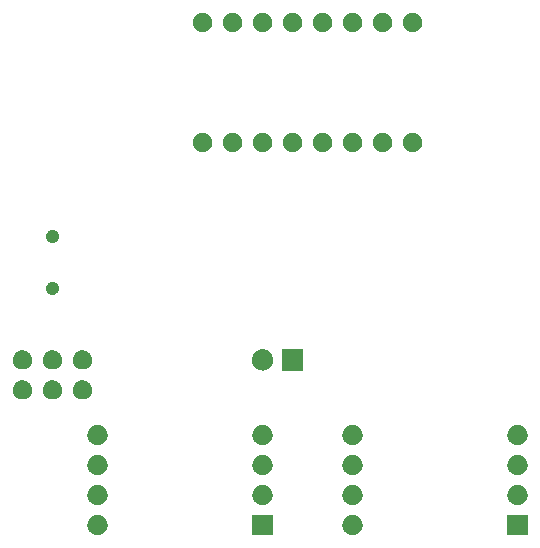
<source format=gbr>
G04 #@! TF.GenerationSoftware,KiCad,Pcbnew,5.99.0-unknown-r17607-a0698723*
G04 #@! TF.CreationDate,2020-04-13T08:25:32-05:00*
G04 #@! TF.ProjectId,pcb_smd,7063625f-736d-4642-9e6b-696361645f70,rev?*
G04 #@! TF.SameCoordinates,Original*
G04 #@! TF.FileFunction,Soldermask,Bot*
G04 #@! TF.FilePolarity,Negative*
%FSLAX46Y46*%
G04 Gerber Fmt 4.6, Leading zero omitted, Abs format (unit mm)*
G04 Created by KiCad (PCBNEW 5.99.0-unknown-r17607-a0698723) date 2020-04-13 08:25:32*
%MOMM*%
%LPD*%
G01*
G04 APERTURE LIST*
G04 APERTURE END LIST*
G36*
X149862976Y-102017826D02*
G01*
X149904766Y-102015782D01*
X149949056Y-102022639D01*
X149999810Y-102025476D01*
X150040163Y-102036743D01*
X150075621Y-102042232D01*
X150123204Y-102059928D01*
X150177898Y-102075199D01*
X150209622Y-102092067D01*
X150237659Y-102102494D01*
X150285757Y-102132549D01*
X150341153Y-102162004D01*
X150363968Y-102181421D01*
X150384271Y-102194108D01*
X150429641Y-102237313D01*
X150481961Y-102281841D01*
X150496463Y-102300947D01*
X150509472Y-102313335D01*
X150548616Y-102369655D01*
X150593751Y-102429118D01*
X150601302Y-102445459D01*
X150608142Y-102455301D01*
X150637508Y-102523817D01*
X150671307Y-102596965D01*
X150673885Y-102608692D01*
X150676247Y-102614202D01*
X150692429Y-102693036D01*
X150711011Y-102777551D01*
X150710345Y-102968388D01*
X150691181Y-103052738D01*
X150674443Y-103131485D01*
X150672041Y-103136982D01*
X150669381Y-103148692D01*
X150635069Y-103221609D01*
X150605227Y-103289915D01*
X150598318Y-103299709D01*
X150590655Y-103315994D01*
X150545114Y-103375130D01*
X150505570Y-103431187D01*
X150492472Y-103443487D01*
X150477840Y-103462487D01*
X150425227Y-103506635D01*
X150379544Y-103549534D01*
X150359147Y-103562082D01*
X150336199Y-103581338D01*
X150280600Y-103610405D01*
X150232293Y-103640123D01*
X150204184Y-103650354D01*
X150172341Y-103667001D01*
X150117534Y-103681892D01*
X150069831Y-103699254D01*
X150034340Y-103704495D01*
X149993911Y-103715479D01*
X149943139Y-103717962D01*
X149898803Y-103724509D01*
X149857027Y-103722174D01*
X149809233Y-103724511D01*
X149764992Y-103717028D01*
X149726189Y-103714859D01*
X149679980Y-103702650D01*
X149626923Y-103693676D01*
X149590839Y-103679097D01*
X149559035Y-103670694D01*
X149510897Y-103646799D01*
X149455488Y-103624412D01*
X149428311Y-103605804D01*
X149404182Y-103593826D01*
X149357128Y-103557063D01*
X149302926Y-103519950D01*
X149284469Y-103500295D01*
X149267950Y-103487389D01*
X149225400Y-103437393D01*
X149176354Y-103385164D01*
X149165608Y-103367138D01*
X149155896Y-103355726D01*
X149121401Y-103292981D01*
X149081678Y-103226344D01*
X149076943Y-103212111D01*
X149072610Y-103204229D01*
X149049692Y-103130192D01*
X149023314Y-103050898D01*
X149022372Y-103041934D01*
X149021486Y-103039072D01*
X149013347Y-102956068D01*
X149003987Y-102867012D01*
X149013967Y-102778044D01*
X149022687Y-102695078D01*
X149023593Y-102692220D01*
X149024598Y-102683265D01*
X149051530Y-102604153D01*
X149074963Y-102530281D01*
X149079350Y-102522432D01*
X149084184Y-102508231D01*
X149124382Y-102441857D01*
X149159304Y-102379371D01*
X149169092Y-102368031D01*
X149179967Y-102350075D01*
X149229385Y-102298181D01*
X149272273Y-102248495D01*
X149288879Y-102235707D01*
X149307477Y-102216177D01*
X149361952Y-102179433D01*
X149409250Y-102143009D01*
X149433458Y-102131202D01*
X149460765Y-102112783D01*
X149516319Y-102090787D01*
X149564633Y-102067223D01*
X149596503Y-102059040D01*
X149632679Y-102044717D01*
X149685795Y-102036114D01*
X149732088Y-102024228D01*
X149770903Y-102022330D01*
X149815199Y-102015155D01*
X149862976Y-102017826D01*
G37*
G36*
X128272976Y-102017826D02*
G01*
X128314766Y-102015782D01*
X128359056Y-102022639D01*
X128409810Y-102025476D01*
X128450163Y-102036743D01*
X128485621Y-102042232D01*
X128533204Y-102059928D01*
X128587898Y-102075199D01*
X128619622Y-102092067D01*
X128647659Y-102102494D01*
X128695757Y-102132549D01*
X128751153Y-102162004D01*
X128773968Y-102181421D01*
X128794271Y-102194108D01*
X128839641Y-102237313D01*
X128891961Y-102281841D01*
X128906463Y-102300947D01*
X128919472Y-102313335D01*
X128958616Y-102369655D01*
X129003751Y-102429118D01*
X129011302Y-102445459D01*
X129018142Y-102455301D01*
X129047508Y-102523817D01*
X129081307Y-102596965D01*
X129083885Y-102608692D01*
X129086247Y-102614202D01*
X129102429Y-102693036D01*
X129121011Y-102777551D01*
X129120345Y-102968388D01*
X129101181Y-103052738D01*
X129084443Y-103131485D01*
X129082041Y-103136982D01*
X129079381Y-103148692D01*
X129045069Y-103221609D01*
X129015227Y-103289915D01*
X129008318Y-103299709D01*
X129000655Y-103315994D01*
X128955114Y-103375130D01*
X128915570Y-103431187D01*
X128902472Y-103443487D01*
X128887840Y-103462487D01*
X128835227Y-103506635D01*
X128789544Y-103549534D01*
X128769147Y-103562082D01*
X128746199Y-103581338D01*
X128690600Y-103610405D01*
X128642293Y-103640123D01*
X128614184Y-103650354D01*
X128582341Y-103667001D01*
X128527534Y-103681892D01*
X128479831Y-103699254D01*
X128444340Y-103704495D01*
X128403911Y-103715479D01*
X128353139Y-103717962D01*
X128308803Y-103724509D01*
X128267027Y-103722174D01*
X128219233Y-103724511D01*
X128174992Y-103717028D01*
X128136189Y-103714859D01*
X128089980Y-103702650D01*
X128036923Y-103693676D01*
X128000839Y-103679097D01*
X127969035Y-103670694D01*
X127920897Y-103646799D01*
X127865488Y-103624412D01*
X127838311Y-103605804D01*
X127814182Y-103593826D01*
X127767128Y-103557063D01*
X127712926Y-103519950D01*
X127694469Y-103500295D01*
X127677950Y-103487389D01*
X127635400Y-103437393D01*
X127586354Y-103385164D01*
X127575608Y-103367138D01*
X127565896Y-103355726D01*
X127531401Y-103292981D01*
X127491678Y-103226344D01*
X127486943Y-103212111D01*
X127482610Y-103204229D01*
X127459692Y-103130192D01*
X127433314Y-103050898D01*
X127432372Y-103041934D01*
X127431486Y-103039072D01*
X127423347Y-102956068D01*
X127413987Y-102867012D01*
X127423967Y-102778044D01*
X127432687Y-102695078D01*
X127433593Y-102692220D01*
X127434598Y-102683265D01*
X127461530Y-102604153D01*
X127484963Y-102530281D01*
X127489350Y-102522432D01*
X127494184Y-102508231D01*
X127534382Y-102441857D01*
X127569304Y-102379371D01*
X127579092Y-102368031D01*
X127589967Y-102350075D01*
X127639385Y-102298181D01*
X127682273Y-102248495D01*
X127698879Y-102235707D01*
X127717477Y-102216177D01*
X127771952Y-102179433D01*
X127819250Y-102143009D01*
X127843458Y-102131202D01*
X127870765Y-102112783D01*
X127926319Y-102090787D01*
X127974633Y-102067223D01*
X128006503Y-102059040D01*
X128042679Y-102044717D01*
X128095795Y-102036114D01*
X128142088Y-102024228D01*
X128180903Y-102022330D01*
X128225199Y-102015155D01*
X128272976Y-102017826D01*
G37*
G36*
X143059899Y-102021959D02*
G01*
X143076769Y-102033231D01*
X143088041Y-102050101D01*
X143094448Y-102082312D01*
X143094448Y-103657688D01*
X143091999Y-103670000D01*
X143088041Y-103689899D01*
X143076769Y-103706769D01*
X143059899Y-103718041D01*
X143040000Y-103721999D01*
X143027688Y-103724448D01*
X141452312Y-103724448D01*
X141420101Y-103718041D01*
X141403231Y-103706769D01*
X141391959Y-103689899D01*
X141385552Y-103657688D01*
X141385552Y-102082312D01*
X141391959Y-102050101D01*
X141403231Y-102033231D01*
X141420101Y-102021959D01*
X141452312Y-102015552D01*
X143027688Y-102015552D01*
X143059899Y-102021959D01*
G37*
G36*
X164649899Y-102021959D02*
G01*
X164666769Y-102033231D01*
X164678041Y-102050101D01*
X164684448Y-102082312D01*
X164684448Y-103657688D01*
X164681999Y-103670000D01*
X164678041Y-103689899D01*
X164666769Y-103706769D01*
X164649899Y-103718041D01*
X164630000Y-103721999D01*
X164617688Y-103724448D01*
X163042312Y-103724448D01*
X163010101Y-103718041D01*
X162993231Y-103706769D01*
X162981959Y-103689899D01*
X162975552Y-103657688D01*
X162975552Y-102082312D01*
X162981959Y-102050101D01*
X162993231Y-102033231D01*
X163010101Y-102021959D01*
X163042312Y-102015552D01*
X164617688Y-102015552D01*
X164649899Y-102021959D01*
G37*
G36*
X142242976Y-99477826D02*
G01*
X142284766Y-99475782D01*
X142329056Y-99482639D01*
X142379810Y-99485476D01*
X142420163Y-99496743D01*
X142455621Y-99502232D01*
X142503204Y-99519928D01*
X142557898Y-99535199D01*
X142589622Y-99552067D01*
X142617659Y-99562494D01*
X142665757Y-99592549D01*
X142721153Y-99622004D01*
X142743968Y-99641421D01*
X142764271Y-99654108D01*
X142809641Y-99697313D01*
X142861961Y-99741841D01*
X142876463Y-99760947D01*
X142889472Y-99773335D01*
X142928616Y-99829655D01*
X142973751Y-99889118D01*
X142981302Y-99905459D01*
X142988142Y-99915301D01*
X143017508Y-99983817D01*
X143051307Y-100056965D01*
X143053885Y-100068692D01*
X143056247Y-100074202D01*
X143072429Y-100153036D01*
X143091011Y-100237551D01*
X143090345Y-100428388D01*
X143071181Y-100512738D01*
X143054443Y-100591485D01*
X143052041Y-100596982D01*
X143049381Y-100608692D01*
X143015069Y-100681609D01*
X142985227Y-100749915D01*
X142978318Y-100759709D01*
X142970655Y-100775994D01*
X142925114Y-100835130D01*
X142885570Y-100891187D01*
X142872472Y-100903487D01*
X142857840Y-100922487D01*
X142805227Y-100966635D01*
X142759544Y-101009534D01*
X142739147Y-101022082D01*
X142716199Y-101041338D01*
X142660600Y-101070405D01*
X142612293Y-101100123D01*
X142584184Y-101110354D01*
X142552341Y-101127001D01*
X142497534Y-101141892D01*
X142449831Y-101159254D01*
X142414340Y-101164495D01*
X142373911Y-101175479D01*
X142323139Y-101177962D01*
X142278803Y-101184509D01*
X142237027Y-101182174D01*
X142189233Y-101184511D01*
X142144992Y-101177028D01*
X142106189Y-101174859D01*
X142059980Y-101162650D01*
X142006923Y-101153676D01*
X141970839Y-101139097D01*
X141939035Y-101130694D01*
X141890897Y-101106799D01*
X141835488Y-101084412D01*
X141808311Y-101065804D01*
X141784182Y-101053826D01*
X141737128Y-101017063D01*
X141682926Y-100979950D01*
X141664469Y-100960295D01*
X141647950Y-100947389D01*
X141605400Y-100897393D01*
X141556354Y-100845164D01*
X141545608Y-100827138D01*
X141535896Y-100815726D01*
X141501401Y-100752981D01*
X141461678Y-100686344D01*
X141456943Y-100672111D01*
X141452610Y-100664229D01*
X141429692Y-100590192D01*
X141403314Y-100510898D01*
X141402372Y-100501934D01*
X141401486Y-100499072D01*
X141393347Y-100416068D01*
X141383987Y-100327012D01*
X141393967Y-100238044D01*
X141402687Y-100155078D01*
X141403593Y-100152220D01*
X141404598Y-100143265D01*
X141431530Y-100064153D01*
X141454963Y-99990281D01*
X141459350Y-99982432D01*
X141464184Y-99968231D01*
X141504382Y-99901857D01*
X141539304Y-99839371D01*
X141549092Y-99828031D01*
X141559967Y-99810075D01*
X141609385Y-99758181D01*
X141652273Y-99708495D01*
X141668879Y-99695707D01*
X141687477Y-99676177D01*
X141741952Y-99639433D01*
X141789250Y-99603009D01*
X141813458Y-99591202D01*
X141840765Y-99572783D01*
X141896319Y-99550787D01*
X141944633Y-99527223D01*
X141976503Y-99519040D01*
X142012679Y-99504717D01*
X142065795Y-99496114D01*
X142112088Y-99484228D01*
X142150903Y-99482330D01*
X142195199Y-99475155D01*
X142242976Y-99477826D01*
G37*
G36*
X149862976Y-99477826D02*
G01*
X149904766Y-99475782D01*
X149949056Y-99482639D01*
X149999810Y-99485476D01*
X150040163Y-99496743D01*
X150075621Y-99502232D01*
X150123204Y-99519928D01*
X150177898Y-99535199D01*
X150209622Y-99552067D01*
X150237659Y-99562494D01*
X150285757Y-99592549D01*
X150341153Y-99622004D01*
X150363968Y-99641421D01*
X150384271Y-99654108D01*
X150429641Y-99697313D01*
X150481961Y-99741841D01*
X150496463Y-99760947D01*
X150509472Y-99773335D01*
X150548616Y-99829655D01*
X150593751Y-99889118D01*
X150601302Y-99905459D01*
X150608142Y-99915301D01*
X150637508Y-99983817D01*
X150671307Y-100056965D01*
X150673885Y-100068692D01*
X150676247Y-100074202D01*
X150692429Y-100153036D01*
X150711011Y-100237551D01*
X150710345Y-100428388D01*
X150691181Y-100512738D01*
X150674443Y-100591485D01*
X150672041Y-100596982D01*
X150669381Y-100608692D01*
X150635069Y-100681609D01*
X150605227Y-100749915D01*
X150598318Y-100759709D01*
X150590655Y-100775994D01*
X150545114Y-100835130D01*
X150505570Y-100891187D01*
X150492472Y-100903487D01*
X150477840Y-100922487D01*
X150425227Y-100966635D01*
X150379544Y-101009534D01*
X150359147Y-101022082D01*
X150336199Y-101041338D01*
X150280600Y-101070405D01*
X150232293Y-101100123D01*
X150204184Y-101110354D01*
X150172341Y-101127001D01*
X150117534Y-101141892D01*
X150069831Y-101159254D01*
X150034340Y-101164495D01*
X149993911Y-101175479D01*
X149943139Y-101177962D01*
X149898803Y-101184509D01*
X149857027Y-101182174D01*
X149809233Y-101184511D01*
X149764992Y-101177028D01*
X149726189Y-101174859D01*
X149679980Y-101162650D01*
X149626923Y-101153676D01*
X149590839Y-101139097D01*
X149559035Y-101130694D01*
X149510897Y-101106799D01*
X149455488Y-101084412D01*
X149428311Y-101065804D01*
X149404182Y-101053826D01*
X149357128Y-101017063D01*
X149302926Y-100979950D01*
X149284469Y-100960295D01*
X149267950Y-100947389D01*
X149225400Y-100897393D01*
X149176354Y-100845164D01*
X149165608Y-100827138D01*
X149155896Y-100815726D01*
X149121401Y-100752981D01*
X149081678Y-100686344D01*
X149076943Y-100672111D01*
X149072610Y-100664229D01*
X149049692Y-100590192D01*
X149023314Y-100510898D01*
X149022372Y-100501934D01*
X149021486Y-100499072D01*
X149013347Y-100416068D01*
X149003987Y-100327012D01*
X149013967Y-100238044D01*
X149022687Y-100155078D01*
X149023593Y-100152220D01*
X149024598Y-100143265D01*
X149051530Y-100064153D01*
X149074963Y-99990281D01*
X149079350Y-99982432D01*
X149084184Y-99968231D01*
X149124382Y-99901857D01*
X149159304Y-99839371D01*
X149169092Y-99828031D01*
X149179967Y-99810075D01*
X149229385Y-99758181D01*
X149272273Y-99708495D01*
X149288879Y-99695707D01*
X149307477Y-99676177D01*
X149361952Y-99639433D01*
X149409250Y-99603009D01*
X149433458Y-99591202D01*
X149460765Y-99572783D01*
X149516319Y-99550787D01*
X149564633Y-99527223D01*
X149596503Y-99519040D01*
X149632679Y-99504717D01*
X149685795Y-99496114D01*
X149732088Y-99484228D01*
X149770903Y-99482330D01*
X149815199Y-99475155D01*
X149862976Y-99477826D01*
G37*
G36*
X128272976Y-99477826D02*
G01*
X128314766Y-99475782D01*
X128359056Y-99482639D01*
X128409810Y-99485476D01*
X128450163Y-99496743D01*
X128485621Y-99502232D01*
X128533204Y-99519928D01*
X128587898Y-99535199D01*
X128619622Y-99552067D01*
X128647659Y-99562494D01*
X128695757Y-99592549D01*
X128751153Y-99622004D01*
X128773968Y-99641421D01*
X128794271Y-99654108D01*
X128839641Y-99697313D01*
X128891961Y-99741841D01*
X128906463Y-99760947D01*
X128919472Y-99773335D01*
X128958616Y-99829655D01*
X129003751Y-99889118D01*
X129011302Y-99905459D01*
X129018142Y-99915301D01*
X129047508Y-99983817D01*
X129081307Y-100056965D01*
X129083885Y-100068692D01*
X129086247Y-100074202D01*
X129102429Y-100153036D01*
X129121011Y-100237551D01*
X129120345Y-100428388D01*
X129101181Y-100512738D01*
X129084443Y-100591485D01*
X129082041Y-100596982D01*
X129079381Y-100608692D01*
X129045069Y-100681609D01*
X129015227Y-100749915D01*
X129008318Y-100759709D01*
X129000655Y-100775994D01*
X128955114Y-100835130D01*
X128915570Y-100891187D01*
X128902472Y-100903487D01*
X128887840Y-100922487D01*
X128835227Y-100966635D01*
X128789544Y-101009534D01*
X128769147Y-101022082D01*
X128746199Y-101041338D01*
X128690600Y-101070405D01*
X128642293Y-101100123D01*
X128614184Y-101110354D01*
X128582341Y-101127001D01*
X128527534Y-101141892D01*
X128479831Y-101159254D01*
X128444340Y-101164495D01*
X128403911Y-101175479D01*
X128353139Y-101177962D01*
X128308803Y-101184509D01*
X128267027Y-101182174D01*
X128219233Y-101184511D01*
X128174992Y-101177028D01*
X128136189Y-101174859D01*
X128089980Y-101162650D01*
X128036923Y-101153676D01*
X128000839Y-101139097D01*
X127969035Y-101130694D01*
X127920897Y-101106799D01*
X127865488Y-101084412D01*
X127838311Y-101065804D01*
X127814182Y-101053826D01*
X127767128Y-101017063D01*
X127712926Y-100979950D01*
X127694469Y-100960295D01*
X127677950Y-100947389D01*
X127635400Y-100897393D01*
X127586354Y-100845164D01*
X127575608Y-100827138D01*
X127565896Y-100815726D01*
X127531401Y-100752981D01*
X127491678Y-100686344D01*
X127486943Y-100672111D01*
X127482610Y-100664229D01*
X127459692Y-100590192D01*
X127433314Y-100510898D01*
X127432372Y-100501934D01*
X127431486Y-100499072D01*
X127423347Y-100416068D01*
X127413987Y-100327012D01*
X127423967Y-100238044D01*
X127432687Y-100155078D01*
X127433593Y-100152220D01*
X127434598Y-100143265D01*
X127461530Y-100064153D01*
X127484963Y-99990281D01*
X127489350Y-99982432D01*
X127494184Y-99968231D01*
X127534382Y-99901857D01*
X127569304Y-99839371D01*
X127579092Y-99828031D01*
X127589967Y-99810075D01*
X127639385Y-99758181D01*
X127682273Y-99708495D01*
X127698879Y-99695707D01*
X127717477Y-99676177D01*
X127771952Y-99639433D01*
X127819250Y-99603009D01*
X127843458Y-99591202D01*
X127870765Y-99572783D01*
X127926319Y-99550787D01*
X127974633Y-99527223D01*
X128006503Y-99519040D01*
X128042679Y-99504717D01*
X128095795Y-99496114D01*
X128142088Y-99484228D01*
X128180903Y-99482330D01*
X128225199Y-99475155D01*
X128272976Y-99477826D01*
G37*
G36*
X163832976Y-99477826D02*
G01*
X163874766Y-99475782D01*
X163919056Y-99482639D01*
X163969810Y-99485476D01*
X164010163Y-99496743D01*
X164045621Y-99502232D01*
X164093204Y-99519928D01*
X164147898Y-99535199D01*
X164179622Y-99552067D01*
X164207659Y-99562494D01*
X164255757Y-99592549D01*
X164311153Y-99622004D01*
X164333968Y-99641421D01*
X164354271Y-99654108D01*
X164399641Y-99697313D01*
X164451961Y-99741841D01*
X164466463Y-99760947D01*
X164479472Y-99773335D01*
X164518616Y-99829655D01*
X164563751Y-99889118D01*
X164571302Y-99905459D01*
X164578142Y-99915301D01*
X164607508Y-99983817D01*
X164641307Y-100056965D01*
X164643885Y-100068692D01*
X164646247Y-100074202D01*
X164662429Y-100153036D01*
X164681011Y-100237551D01*
X164680345Y-100428388D01*
X164661181Y-100512738D01*
X164644443Y-100591485D01*
X164642041Y-100596982D01*
X164639381Y-100608692D01*
X164605069Y-100681609D01*
X164575227Y-100749915D01*
X164568318Y-100759709D01*
X164560655Y-100775994D01*
X164515114Y-100835130D01*
X164475570Y-100891187D01*
X164462472Y-100903487D01*
X164447840Y-100922487D01*
X164395227Y-100966635D01*
X164349544Y-101009534D01*
X164329147Y-101022082D01*
X164306199Y-101041338D01*
X164250600Y-101070405D01*
X164202293Y-101100123D01*
X164174184Y-101110354D01*
X164142341Y-101127001D01*
X164087534Y-101141892D01*
X164039831Y-101159254D01*
X164004340Y-101164495D01*
X163963911Y-101175479D01*
X163913139Y-101177962D01*
X163868803Y-101184509D01*
X163827027Y-101182174D01*
X163779233Y-101184511D01*
X163734992Y-101177028D01*
X163696189Y-101174859D01*
X163649980Y-101162650D01*
X163596923Y-101153676D01*
X163560839Y-101139097D01*
X163529035Y-101130694D01*
X163480897Y-101106799D01*
X163425488Y-101084412D01*
X163398311Y-101065804D01*
X163374182Y-101053826D01*
X163327128Y-101017063D01*
X163272926Y-100979950D01*
X163254469Y-100960295D01*
X163237950Y-100947389D01*
X163195400Y-100897393D01*
X163146354Y-100845164D01*
X163135608Y-100827138D01*
X163125896Y-100815726D01*
X163091401Y-100752981D01*
X163051678Y-100686344D01*
X163046943Y-100672111D01*
X163042610Y-100664229D01*
X163019692Y-100590192D01*
X162993314Y-100510898D01*
X162992372Y-100501934D01*
X162991486Y-100499072D01*
X162983347Y-100416068D01*
X162973987Y-100327012D01*
X162983967Y-100238044D01*
X162992687Y-100155078D01*
X162993593Y-100152220D01*
X162994598Y-100143265D01*
X163021530Y-100064153D01*
X163044963Y-99990281D01*
X163049350Y-99982432D01*
X163054184Y-99968231D01*
X163094382Y-99901857D01*
X163129304Y-99839371D01*
X163139092Y-99828031D01*
X163149967Y-99810075D01*
X163199385Y-99758181D01*
X163242273Y-99708495D01*
X163258879Y-99695707D01*
X163277477Y-99676177D01*
X163331952Y-99639433D01*
X163379250Y-99603009D01*
X163403458Y-99591202D01*
X163430765Y-99572783D01*
X163486319Y-99550787D01*
X163534633Y-99527223D01*
X163566503Y-99519040D01*
X163602679Y-99504717D01*
X163655795Y-99496114D01*
X163702088Y-99484228D01*
X163740903Y-99482330D01*
X163785199Y-99475155D01*
X163832976Y-99477826D01*
G37*
G36*
X149862976Y-96937826D02*
G01*
X149904766Y-96935782D01*
X149949056Y-96942639D01*
X149999810Y-96945476D01*
X150040163Y-96956743D01*
X150075621Y-96962232D01*
X150123204Y-96979928D01*
X150177898Y-96995199D01*
X150209622Y-97012067D01*
X150237659Y-97022494D01*
X150285757Y-97052549D01*
X150341153Y-97082004D01*
X150363968Y-97101421D01*
X150384271Y-97114108D01*
X150429641Y-97157313D01*
X150481961Y-97201841D01*
X150496463Y-97220947D01*
X150509472Y-97233335D01*
X150548616Y-97289655D01*
X150593751Y-97349118D01*
X150601302Y-97365459D01*
X150608142Y-97375301D01*
X150637508Y-97443817D01*
X150671307Y-97516965D01*
X150673885Y-97528692D01*
X150676247Y-97534202D01*
X150692429Y-97613036D01*
X150711011Y-97697551D01*
X150710345Y-97888388D01*
X150691181Y-97972738D01*
X150674443Y-98051485D01*
X150672041Y-98056982D01*
X150669381Y-98068692D01*
X150635069Y-98141609D01*
X150605227Y-98209915D01*
X150598318Y-98219709D01*
X150590655Y-98235994D01*
X150545114Y-98295130D01*
X150505570Y-98351187D01*
X150492472Y-98363487D01*
X150477840Y-98382487D01*
X150425227Y-98426635D01*
X150379544Y-98469534D01*
X150359147Y-98482082D01*
X150336199Y-98501338D01*
X150280600Y-98530405D01*
X150232293Y-98560123D01*
X150204184Y-98570354D01*
X150172341Y-98587001D01*
X150117534Y-98601892D01*
X150069831Y-98619254D01*
X150034340Y-98624495D01*
X149993911Y-98635479D01*
X149943139Y-98637962D01*
X149898803Y-98644509D01*
X149857027Y-98642174D01*
X149809233Y-98644511D01*
X149764992Y-98637028D01*
X149726189Y-98634859D01*
X149679980Y-98622650D01*
X149626923Y-98613676D01*
X149590839Y-98599097D01*
X149559035Y-98590694D01*
X149510897Y-98566799D01*
X149455488Y-98544412D01*
X149428311Y-98525804D01*
X149404182Y-98513826D01*
X149357128Y-98477063D01*
X149302926Y-98439950D01*
X149284469Y-98420295D01*
X149267950Y-98407389D01*
X149225400Y-98357393D01*
X149176354Y-98305164D01*
X149165608Y-98287138D01*
X149155896Y-98275726D01*
X149121401Y-98212981D01*
X149081678Y-98146344D01*
X149076943Y-98132111D01*
X149072610Y-98124229D01*
X149049692Y-98050192D01*
X149023314Y-97970898D01*
X149022372Y-97961934D01*
X149021486Y-97959072D01*
X149013347Y-97876068D01*
X149003987Y-97787012D01*
X149013967Y-97698044D01*
X149022687Y-97615078D01*
X149023593Y-97612220D01*
X149024598Y-97603265D01*
X149051530Y-97524153D01*
X149074963Y-97450281D01*
X149079350Y-97442432D01*
X149084184Y-97428231D01*
X149124382Y-97361857D01*
X149159304Y-97299371D01*
X149169092Y-97288031D01*
X149179967Y-97270075D01*
X149229385Y-97218181D01*
X149272273Y-97168495D01*
X149288879Y-97155707D01*
X149307477Y-97136177D01*
X149361952Y-97099433D01*
X149409250Y-97063009D01*
X149433458Y-97051202D01*
X149460765Y-97032783D01*
X149516319Y-97010787D01*
X149564633Y-96987223D01*
X149596503Y-96979040D01*
X149632679Y-96964717D01*
X149685795Y-96956114D01*
X149732088Y-96944228D01*
X149770903Y-96942330D01*
X149815199Y-96935155D01*
X149862976Y-96937826D01*
G37*
G36*
X142242976Y-96937826D02*
G01*
X142284766Y-96935782D01*
X142329056Y-96942639D01*
X142379810Y-96945476D01*
X142420163Y-96956743D01*
X142455621Y-96962232D01*
X142503204Y-96979928D01*
X142557898Y-96995199D01*
X142589622Y-97012067D01*
X142617659Y-97022494D01*
X142665757Y-97052549D01*
X142721153Y-97082004D01*
X142743968Y-97101421D01*
X142764271Y-97114108D01*
X142809641Y-97157313D01*
X142861961Y-97201841D01*
X142876463Y-97220947D01*
X142889472Y-97233335D01*
X142928616Y-97289655D01*
X142973751Y-97349118D01*
X142981302Y-97365459D01*
X142988142Y-97375301D01*
X143017508Y-97443817D01*
X143051307Y-97516965D01*
X143053885Y-97528692D01*
X143056247Y-97534202D01*
X143072429Y-97613036D01*
X143091011Y-97697551D01*
X143090345Y-97888388D01*
X143071181Y-97972738D01*
X143054443Y-98051485D01*
X143052041Y-98056982D01*
X143049381Y-98068692D01*
X143015069Y-98141609D01*
X142985227Y-98209915D01*
X142978318Y-98219709D01*
X142970655Y-98235994D01*
X142925114Y-98295130D01*
X142885570Y-98351187D01*
X142872472Y-98363487D01*
X142857840Y-98382487D01*
X142805227Y-98426635D01*
X142759544Y-98469534D01*
X142739147Y-98482082D01*
X142716199Y-98501338D01*
X142660600Y-98530405D01*
X142612293Y-98560123D01*
X142584184Y-98570354D01*
X142552341Y-98587001D01*
X142497534Y-98601892D01*
X142449831Y-98619254D01*
X142414340Y-98624495D01*
X142373911Y-98635479D01*
X142323139Y-98637962D01*
X142278803Y-98644509D01*
X142237027Y-98642174D01*
X142189233Y-98644511D01*
X142144992Y-98637028D01*
X142106189Y-98634859D01*
X142059980Y-98622650D01*
X142006923Y-98613676D01*
X141970839Y-98599097D01*
X141939035Y-98590694D01*
X141890897Y-98566799D01*
X141835488Y-98544412D01*
X141808311Y-98525804D01*
X141784182Y-98513826D01*
X141737128Y-98477063D01*
X141682926Y-98439950D01*
X141664469Y-98420295D01*
X141647950Y-98407389D01*
X141605400Y-98357393D01*
X141556354Y-98305164D01*
X141545608Y-98287138D01*
X141535896Y-98275726D01*
X141501401Y-98212981D01*
X141461678Y-98146344D01*
X141456943Y-98132111D01*
X141452610Y-98124229D01*
X141429692Y-98050192D01*
X141403314Y-97970898D01*
X141402372Y-97961934D01*
X141401486Y-97959072D01*
X141393347Y-97876068D01*
X141383987Y-97787012D01*
X141393967Y-97698044D01*
X141402687Y-97615078D01*
X141403593Y-97612220D01*
X141404598Y-97603265D01*
X141431530Y-97524153D01*
X141454963Y-97450281D01*
X141459350Y-97442432D01*
X141464184Y-97428231D01*
X141504382Y-97361857D01*
X141539304Y-97299371D01*
X141549092Y-97288031D01*
X141559967Y-97270075D01*
X141609385Y-97218181D01*
X141652273Y-97168495D01*
X141668879Y-97155707D01*
X141687477Y-97136177D01*
X141741952Y-97099433D01*
X141789250Y-97063009D01*
X141813458Y-97051202D01*
X141840765Y-97032783D01*
X141896319Y-97010787D01*
X141944633Y-96987223D01*
X141976503Y-96979040D01*
X142012679Y-96964717D01*
X142065795Y-96956114D01*
X142112088Y-96944228D01*
X142150903Y-96942330D01*
X142195199Y-96935155D01*
X142242976Y-96937826D01*
G37*
G36*
X163832976Y-96937826D02*
G01*
X163874766Y-96935782D01*
X163919056Y-96942639D01*
X163969810Y-96945476D01*
X164010163Y-96956743D01*
X164045621Y-96962232D01*
X164093204Y-96979928D01*
X164147898Y-96995199D01*
X164179622Y-97012067D01*
X164207659Y-97022494D01*
X164255757Y-97052549D01*
X164311153Y-97082004D01*
X164333968Y-97101421D01*
X164354271Y-97114108D01*
X164399641Y-97157313D01*
X164451961Y-97201841D01*
X164466463Y-97220947D01*
X164479472Y-97233335D01*
X164518616Y-97289655D01*
X164563751Y-97349118D01*
X164571302Y-97365459D01*
X164578142Y-97375301D01*
X164607508Y-97443817D01*
X164641307Y-97516965D01*
X164643885Y-97528692D01*
X164646247Y-97534202D01*
X164662429Y-97613036D01*
X164681011Y-97697551D01*
X164680345Y-97888388D01*
X164661181Y-97972738D01*
X164644443Y-98051485D01*
X164642041Y-98056982D01*
X164639381Y-98068692D01*
X164605069Y-98141609D01*
X164575227Y-98209915D01*
X164568318Y-98219709D01*
X164560655Y-98235994D01*
X164515114Y-98295130D01*
X164475570Y-98351187D01*
X164462472Y-98363487D01*
X164447840Y-98382487D01*
X164395227Y-98426635D01*
X164349544Y-98469534D01*
X164329147Y-98482082D01*
X164306199Y-98501338D01*
X164250600Y-98530405D01*
X164202293Y-98560123D01*
X164174184Y-98570354D01*
X164142341Y-98587001D01*
X164087534Y-98601892D01*
X164039831Y-98619254D01*
X164004340Y-98624495D01*
X163963911Y-98635479D01*
X163913139Y-98637962D01*
X163868803Y-98644509D01*
X163827027Y-98642174D01*
X163779233Y-98644511D01*
X163734992Y-98637028D01*
X163696189Y-98634859D01*
X163649980Y-98622650D01*
X163596923Y-98613676D01*
X163560839Y-98599097D01*
X163529035Y-98590694D01*
X163480897Y-98566799D01*
X163425488Y-98544412D01*
X163398311Y-98525804D01*
X163374182Y-98513826D01*
X163327128Y-98477063D01*
X163272926Y-98439950D01*
X163254469Y-98420295D01*
X163237950Y-98407389D01*
X163195400Y-98357393D01*
X163146354Y-98305164D01*
X163135608Y-98287138D01*
X163125896Y-98275726D01*
X163091401Y-98212981D01*
X163051678Y-98146344D01*
X163046943Y-98132111D01*
X163042610Y-98124229D01*
X163019692Y-98050192D01*
X162993314Y-97970898D01*
X162992372Y-97961934D01*
X162991486Y-97959072D01*
X162983347Y-97876068D01*
X162973987Y-97787012D01*
X162983967Y-97698044D01*
X162992687Y-97615078D01*
X162993593Y-97612220D01*
X162994598Y-97603265D01*
X163021530Y-97524153D01*
X163044963Y-97450281D01*
X163049350Y-97442432D01*
X163054184Y-97428231D01*
X163094382Y-97361857D01*
X163129304Y-97299371D01*
X163139092Y-97288031D01*
X163149967Y-97270075D01*
X163199385Y-97218181D01*
X163242273Y-97168495D01*
X163258879Y-97155707D01*
X163277477Y-97136177D01*
X163331952Y-97099433D01*
X163379250Y-97063009D01*
X163403458Y-97051202D01*
X163430765Y-97032783D01*
X163486319Y-97010787D01*
X163534633Y-96987223D01*
X163566503Y-96979040D01*
X163602679Y-96964717D01*
X163655795Y-96956114D01*
X163702088Y-96944228D01*
X163740903Y-96942330D01*
X163785199Y-96935155D01*
X163832976Y-96937826D01*
G37*
G36*
X128272976Y-96937826D02*
G01*
X128314766Y-96935782D01*
X128359056Y-96942639D01*
X128409810Y-96945476D01*
X128450163Y-96956743D01*
X128485621Y-96962232D01*
X128533204Y-96979928D01*
X128587898Y-96995199D01*
X128619622Y-97012067D01*
X128647659Y-97022494D01*
X128695757Y-97052549D01*
X128751153Y-97082004D01*
X128773968Y-97101421D01*
X128794271Y-97114108D01*
X128839641Y-97157313D01*
X128891961Y-97201841D01*
X128906463Y-97220947D01*
X128919472Y-97233335D01*
X128958616Y-97289655D01*
X129003751Y-97349118D01*
X129011302Y-97365459D01*
X129018142Y-97375301D01*
X129047508Y-97443817D01*
X129081307Y-97516965D01*
X129083885Y-97528692D01*
X129086247Y-97534202D01*
X129102429Y-97613036D01*
X129121011Y-97697551D01*
X129120345Y-97888388D01*
X129101181Y-97972738D01*
X129084443Y-98051485D01*
X129082041Y-98056982D01*
X129079381Y-98068692D01*
X129045069Y-98141609D01*
X129015227Y-98209915D01*
X129008318Y-98219709D01*
X129000655Y-98235994D01*
X128955114Y-98295130D01*
X128915570Y-98351187D01*
X128902472Y-98363487D01*
X128887840Y-98382487D01*
X128835227Y-98426635D01*
X128789544Y-98469534D01*
X128769147Y-98482082D01*
X128746199Y-98501338D01*
X128690600Y-98530405D01*
X128642293Y-98560123D01*
X128614184Y-98570354D01*
X128582341Y-98587001D01*
X128527534Y-98601892D01*
X128479831Y-98619254D01*
X128444340Y-98624495D01*
X128403911Y-98635479D01*
X128353139Y-98637962D01*
X128308803Y-98644509D01*
X128267027Y-98642174D01*
X128219233Y-98644511D01*
X128174992Y-98637028D01*
X128136189Y-98634859D01*
X128089980Y-98622650D01*
X128036923Y-98613676D01*
X128000839Y-98599097D01*
X127969035Y-98590694D01*
X127920897Y-98566799D01*
X127865488Y-98544412D01*
X127838311Y-98525804D01*
X127814182Y-98513826D01*
X127767128Y-98477063D01*
X127712926Y-98439950D01*
X127694469Y-98420295D01*
X127677950Y-98407389D01*
X127635400Y-98357393D01*
X127586354Y-98305164D01*
X127575608Y-98287138D01*
X127565896Y-98275726D01*
X127531401Y-98212981D01*
X127491678Y-98146344D01*
X127486943Y-98132111D01*
X127482610Y-98124229D01*
X127459692Y-98050192D01*
X127433314Y-97970898D01*
X127432372Y-97961934D01*
X127431486Y-97959072D01*
X127423347Y-97876068D01*
X127413987Y-97787012D01*
X127423967Y-97698044D01*
X127432687Y-97615078D01*
X127433593Y-97612220D01*
X127434598Y-97603265D01*
X127461530Y-97524153D01*
X127484963Y-97450281D01*
X127489350Y-97442432D01*
X127494184Y-97428231D01*
X127534382Y-97361857D01*
X127569304Y-97299371D01*
X127579092Y-97288031D01*
X127589967Y-97270075D01*
X127639385Y-97218181D01*
X127682273Y-97168495D01*
X127698879Y-97155707D01*
X127717477Y-97136177D01*
X127771952Y-97099433D01*
X127819250Y-97063009D01*
X127843458Y-97051202D01*
X127870765Y-97032783D01*
X127926319Y-97010787D01*
X127974633Y-96987223D01*
X128006503Y-96979040D01*
X128042679Y-96964717D01*
X128095795Y-96956114D01*
X128142088Y-96944228D01*
X128180903Y-96942330D01*
X128225199Y-96935155D01*
X128272976Y-96937826D01*
G37*
G36*
X149862976Y-94397826D02*
G01*
X149904766Y-94395782D01*
X149949056Y-94402639D01*
X149999810Y-94405476D01*
X150040163Y-94416743D01*
X150075621Y-94422232D01*
X150123204Y-94439928D01*
X150177898Y-94455199D01*
X150209622Y-94472067D01*
X150237659Y-94482494D01*
X150285757Y-94512549D01*
X150341153Y-94542004D01*
X150363968Y-94561421D01*
X150384271Y-94574108D01*
X150429641Y-94617313D01*
X150481961Y-94661841D01*
X150496463Y-94680947D01*
X150509472Y-94693335D01*
X150548616Y-94749655D01*
X150593751Y-94809118D01*
X150601302Y-94825459D01*
X150608142Y-94835301D01*
X150637508Y-94903817D01*
X150671307Y-94976965D01*
X150673885Y-94988692D01*
X150676247Y-94994202D01*
X150692429Y-95073036D01*
X150711011Y-95157551D01*
X150710345Y-95348388D01*
X150691181Y-95432738D01*
X150674443Y-95511485D01*
X150672041Y-95516982D01*
X150669381Y-95528692D01*
X150635069Y-95601609D01*
X150605227Y-95669915D01*
X150598318Y-95679709D01*
X150590655Y-95695994D01*
X150545114Y-95755130D01*
X150505570Y-95811187D01*
X150492472Y-95823487D01*
X150477840Y-95842487D01*
X150425227Y-95886635D01*
X150379544Y-95929534D01*
X150359147Y-95942082D01*
X150336199Y-95961338D01*
X150280600Y-95990405D01*
X150232293Y-96020123D01*
X150204184Y-96030354D01*
X150172341Y-96047001D01*
X150117534Y-96061892D01*
X150069831Y-96079254D01*
X150034340Y-96084495D01*
X149993911Y-96095479D01*
X149943139Y-96097962D01*
X149898803Y-96104509D01*
X149857027Y-96102174D01*
X149809233Y-96104511D01*
X149764992Y-96097028D01*
X149726189Y-96094859D01*
X149679980Y-96082650D01*
X149626923Y-96073676D01*
X149590839Y-96059097D01*
X149559035Y-96050694D01*
X149510897Y-96026799D01*
X149455488Y-96004412D01*
X149428311Y-95985804D01*
X149404182Y-95973826D01*
X149357128Y-95937063D01*
X149302926Y-95899950D01*
X149284469Y-95880295D01*
X149267950Y-95867389D01*
X149225400Y-95817393D01*
X149176354Y-95765164D01*
X149165608Y-95747138D01*
X149155896Y-95735726D01*
X149121401Y-95672981D01*
X149081678Y-95606344D01*
X149076943Y-95592111D01*
X149072610Y-95584229D01*
X149049692Y-95510192D01*
X149023314Y-95430898D01*
X149022372Y-95421934D01*
X149021486Y-95419072D01*
X149013347Y-95336068D01*
X149003987Y-95247012D01*
X149013967Y-95158044D01*
X149022687Y-95075078D01*
X149023593Y-95072220D01*
X149024598Y-95063265D01*
X149051530Y-94984153D01*
X149074963Y-94910281D01*
X149079350Y-94902432D01*
X149084184Y-94888231D01*
X149124382Y-94821857D01*
X149159304Y-94759371D01*
X149169092Y-94748031D01*
X149179967Y-94730075D01*
X149229385Y-94678181D01*
X149272273Y-94628495D01*
X149288879Y-94615707D01*
X149307477Y-94596177D01*
X149361952Y-94559433D01*
X149409250Y-94523009D01*
X149433458Y-94511202D01*
X149460765Y-94492783D01*
X149516319Y-94470787D01*
X149564633Y-94447223D01*
X149596503Y-94439040D01*
X149632679Y-94424717D01*
X149685795Y-94416114D01*
X149732088Y-94404228D01*
X149770903Y-94402330D01*
X149815199Y-94395155D01*
X149862976Y-94397826D01*
G37*
G36*
X163832976Y-94397826D02*
G01*
X163874766Y-94395782D01*
X163919056Y-94402639D01*
X163969810Y-94405476D01*
X164010163Y-94416743D01*
X164045621Y-94422232D01*
X164093204Y-94439928D01*
X164147898Y-94455199D01*
X164179622Y-94472067D01*
X164207659Y-94482494D01*
X164255757Y-94512549D01*
X164311153Y-94542004D01*
X164333968Y-94561421D01*
X164354271Y-94574108D01*
X164399641Y-94617313D01*
X164451961Y-94661841D01*
X164466463Y-94680947D01*
X164479472Y-94693335D01*
X164518616Y-94749655D01*
X164563751Y-94809118D01*
X164571302Y-94825459D01*
X164578142Y-94835301D01*
X164607508Y-94903817D01*
X164641307Y-94976965D01*
X164643885Y-94988692D01*
X164646247Y-94994202D01*
X164662429Y-95073036D01*
X164681011Y-95157551D01*
X164680345Y-95348388D01*
X164661181Y-95432738D01*
X164644443Y-95511485D01*
X164642041Y-95516982D01*
X164639381Y-95528692D01*
X164605069Y-95601609D01*
X164575227Y-95669915D01*
X164568318Y-95679709D01*
X164560655Y-95695994D01*
X164515114Y-95755130D01*
X164475570Y-95811187D01*
X164462472Y-95823487D01*
X164447840Y-95842487D01*
X164395227Y-95886635D01*
X164349544Y-95929534D01*
X164329147Y-95942082D01*
X164306199Y-95961338D01*
X164250600Y-95990405D01*
X164202293Y-96020123D01*
X164174184Y-96030354D01*
X164142341Y-96047001D01*
X164087534Y-96061892D01*
X164039831Y-96079254D01*
X164004340Y-96084495D01*
X163963911Y-96095479D01*
X163913139Y-96097962D01*
X163868803Y-96104509D01*
X163827027Y-96102174D01*
X163779233Y-96104511D01*
X163734992Y-96097028D01*
X163696189Y-96094859D01*
X163649980Y-96082650D01*
X163596923Y-96073676D01*
X163560839Y-96059097D01*
X163529035Y-96050694D01*
X163480897Y-96026799D01*
X163425488Y-96004412D01*
X163398311Y-95985804D01*
X163374182Y-95973826D01*
X163327128Y-95937063D01*
X163272926Y-95899950D01*
X163254469Y-95880295D01*
X163237950Y-95867389D01*
X163195400Y-95817393D01*
X163146354Y-95765164D01*
X163135608Y-95747138D01*
X163125896Y-95735726D01*
X163091401Y-95672981D01*
X163051678Y-95606344D01*
X163046943Y-95592111D01*
X163042610Y-95584229D01*
X163019692Y-95510192D01*
X162993314Y-95430898D01*
X162992372Y-95421934D01*
X162991486Y-95419072D01*
X162983347Y-95336068D01*
X162973987Y-95247012D01*
X162983967Y-95158044D01*
X162992687Y-95075078D01*
X162993593Y-95072220D01*
X162994598Y-95063265D01*
X163021530Y-94984153D01*
X163044963Y-94910281D01*
X163049350Y-94902432D01*
X163054184Y-94888231D01*
X163094382Y-94821857D01*
X163129304Y-94759371D01*
X163139092Y-94748031D01*
X163149967Y-94730075D01*
X163199385Y-94678181D01*
X163242273Y-94628495D01*
X163258879Y-94615707D01*
X163277477Y-94596177D01*
X163331952Y-94559433D01*
X163379250Y-94523009D01*
X163403458Y-94511202D01*
X163430765Y-94492783D01*
X163486319Y-94470787D01*
X163534633Y-94447223D01*
X163566503Y-94439040D01*
X163602679Y-94424717D01*
X163655795Y-94416114D01*
X163702088Y-94404228D01*
X163740903Y-94402330D01*
X163785199Y-94395155D01*
X163832976Y-94397826D01*
G37*
G36*
X142242976Y-94397826D02*
G01*
X142284766Y-94395782D01*
X142329056Y-94402639D01*
X142379810Y-94405476D01*
X142420163Y-94416743D01*
X142455621Y-94422232D01*
X142503204Y-94439928D01*
X142557898Y-94455199D01*
X142589622Y-94472067D01*
X142617659Y-94482494D01*
X142665757Y-94512549D01*
X142721153Y-94542004D01*
X142743968Y-94561421D01*
X142764271Y-94574108D01*
X142809641Y-94617313D01*
X142861961Y-94661841D01*
X142876463Y-94680947D01*
X142889472Y-94693335D01*
X142928616Y-94749655D01*
X142973751Y-94809118D01*
X142981302Y-94825459D01*
X142988142Y-94835301D01*
X143017508Y-94903817D01*
X143051307Y-94976965D01*
X143053885Y-94988692D01*
X143056247Y-94994202D01*
X143072429Y-95073036D01*
X143091011Y-95157551D01*
X143090345Y-95348388D01*
X143071181Y-95432738D01*
X143054443Y-95511485D01*
X143052041Y-95516982D01*
X143049381Y-95528692D01*
X143015069Y-95601609D01*
X142985227Y-95669915D01*
X142978318Y-95679709D01*
X142970655Y-95695994D01*
X142925114Y-95755130D01*
X142885570Y-95811187D01*
X142872472Y-95823487D01*
X142857840Y-95842487D01*
X142805227Y-95886635D01*
X142759544Y-95929534D01*
X142739147Y-95942082D01*
X142716199Y-95961338D01*
X142660600Y-95990405D01*
X142612293Y-96020123D01*
X142584184Y-96030354D01*
X142552341Y-96047001D01*
X142497534Y-96061892D01*
X142449831Y-96079254D01*
X142414340Y-96084495D01*
X142373911Y-96095479D01*
X142323139Y-96097962D01*
X142278803Y-96104509D01*
X142237027Y-96102174D01*
X142189233Y-96104511D01*
X142144992Y-96097028D01*
X142106189Y-96094859D01*
X142059980Y-96082650D01*
X142006923Y-96073676D01*
X141970839Y-96059097D01*
X141939035Y-96050694D01*
X141890897Y-96026799D01*
X141835488Y-96004412D01*
X141808311Y-95985804D01*
X141784182Y-95973826D01*
X141737128Y-95937063D01*
X141682926Y-95899950D01*
X141664469Y-95880295D01*
X141647950Y-95867389D01*
X141605400Y-95817393D01*
X141556354Y-95765164D01*
X141545608Y-95747138D01*
X141535896Y-95735726D01*
X141501401Y-95672981D01*
X141461678Y-95606344D01*
X141456943Y-95592111D01*
X141452610Y-95584229D01*
X141429692Y-95510192D01*
X141403314Y-95430898D01*
X141402372Y-95421934D01*
X141401486Y-95419072D01*
X141393347Y-95336068D01*
X141383987Y-95247012D01*
X141393967Y-95158044D01*
X141402687Y-95075078D01*
X141403593Y-95072220D01*
X141404598Y-95063265D01*
X141431530Y-94984153D01*
X141454963Y-94910281D01*
X141459350Y-94902432D01*
X141464184Y-94888231D01*
X141504382Y-94821857D01*
X141539304Y-94759371D01*
X141549092Y-94748031D01*
X141559967Y-94730075D01*
X141609385Y-94678181D01*
X141652273Y-94628495D01*
X141668879Y-94615707D01*
X141687477Y-94596177D01*
X141741952Y-94559433D01*
X141789250Y-94523009D01*
X141813458Y-94511202D01*
X141840765Y-94492783D01*
X141896319Y-94470787D01*
X141944633Y-94447223D01*
X141976503Y-94439040D01*
X142012679Y-94424717D01*
X142065795Y-94416114D01*
X142112088Y-94404228D01*
X142150903Y-94402330D01*
X142195199Y-94395155D01*
X142242976Y-94397826D01*
G37*
G36*
X128272976Y-94397826D02*
G01*
X128314766Y-94395782D01*
X128359056Y-94402639D01*
X128409810Y-94405476D01*
X128450163Y-94416743D01*
X128485621Y-94422232D01*
X128533204Y-94439928D01*
X128587898Y-94455199D01*
X128619622Y-94472067D01*
X128647659Y-94482494D01*
X128695757Y-94512549D01*
X128751153Y-94542004D01*
X128773968Y-94561421D01*
X128794271Y-94574108D01*
X128839641Y-94617313D01*
X128891961Y-94661841D01*
X128906463Y-94680947D01*
X128919472Y-94693335D01*
X128958616Y-94749655D01*
X129003751Y-94809118D01*
X129011302Y-94825459D01*
X129018142Y-94835301D01*
X129047508Y-94903817D01*
X129081307Y-94976965D01*
X129083885Y-94988692D01*
X129086247Y-94994202D01*
X129102429Y-95073036D01*
X129121011Y-95157551D01*
X129120345Y-95348388D01*
X129101181Y-95432738D01*
X129084443Y-95511485D01*
X129082041Y-95516982D01*
X129079381Y-95528692D01*
X129045069Y-95601609D01*
X129015227Y-95669915D01*
X129008318Y-95679709D01*
X129000655Y-95695994D01*
X128955114Y-95755130D01*
X128915570Y-95811187D01*
X128902472Y-95823487D01*
X128887840Y-95842487D01*
X128835227Y-95886635D01*
X128789544Y-95929534D01*
X128769147Y-95942082D01*
X128746199Y-95961338D01*
X128690600Y-95990405D01*
X128642293Y-96020123D01*
X128614184Y-96030354D01*
X128582341Y-96047001D01*
X128527534Y-96061892D01*
X128479831Y-96079254D01*
X128444340Y-96084495D01*
X128403911Y-96095479D01*
X128353139Y-96097962D01*
X128308803Y-96104509D01*
X128267027Y-96102174D01*
X128219233Y-96104511D01*
X128174992Y-96097028D01*
X128136189Y-96094859D01*
X128089980Y-96082650D01*
X128036923Y-96073676D01*
X128000839Y-96059097D01*
X127969035Y-96050694D01*
X127920897Y-96026799D01*
X127865488Y-96004412D01*
X127838311Y-95985804D01*
X127814182Y-95973826D01*
X127767128Y-95937063D01*
X127712926Y-95899950D01*
X127694469Y-95880295D01*
X127677950Y-95867389D01*
X127635400Y-95817393D01*
X127586354Y-95765164D01*
X127575608Y-95747138D01*
X127565896Y-95735726D01*
X127531401Y-95672981D01*
X127491678Y-95606344D01*
X127486943Y-95592111D01*
X127482610Y-95584229D01*
X127459692Y-95510192D01*
X127433314Y-95430898D01*
X127432372Y-95421934D01*
X127431486Y-95419072D01*
X127423347Y-95336068D01*
X127413987Y-95247012D01*
X127423967Y-95158044D01*
X127432687Y-95075078D01*
X127433593Y-95072220D01*
X127434598Y-95063265D01*
X127461530Y-94984153D01*
X127484963Y-94910281D01*
X127489350Y-94902432D01*
X127494184Y-94888231D01*
X127534382Y-94821857D01*
X127569304Y-94759371D01*
X127579092Y-94748031D01*
X127589967Y-94730075D01*
X127639385Y-94678181D01*
X127682273Y-94628495D01*
X127698879Y-94615707D01*
X127717477Y-94596177D01*
X127771952Y-94559433D01*
X127819250Y-94523009D01*
X127843458Y-94511202D01*
X127870765Y-94492783D01*
X127926319Y-94470787D01*
X127974633Y-94447223D01*
X128006503Y-94439040D01*
X128042679Y-94424717D01*
X128095795Y-94416114D01*
X128142088Y-94404228D01*
X128180903Y-94402330D01*
X128225199Y-94395155D01*
X128272976Y-94397826D01*
G37*
G36*
X124504971Y-90627249D02*
G01*
X124556871Y-90627611D01*
X124596215Y-90636839D01*
X124629962Y-90640386D01*
X124678296Y-90656091D01*
X124734448Y-90669261D01*
X124765616Y-90684463D01*
X124792500Y-90693198D01*
X124841344Y-90721398D01*
X124898383Y-90749218D01*
X124920933Y-90767348D01*
X124940499Y-90778645D01*
X124986517Y-90820080D01*
X125040531Y-90863508D01*
X125054940Y-90881687D01*
X125067506Y-90893002D01*
X125107093Y-90947489D01*
X125153825Y-91006450D01*
X125161365Y-91022188D01*
X125167956Y-91031259D01*
X125197434Y-91097468D01*
X125232636Y-91170940D01*
X125235231Y-91182363D01*
X125237468Y-91187387D01*
X125253374Y-91262220D01*
X125273045Y-91348802D01*
X125272967Y-91354397D01*
X125272999Y-91354548D01*
X125272999Y-91525452D01*
X125270409Y-91537639D01*
X125270182Y-91553864D01*
X125251465Y-91626760D01*
X125237468Y-91692613D01*
X125230592Y-91708058D01*
X125224822Y-91730529D01*
X125193142Y-91792172D01*
X125167956Y-91848741D01*
X125154675Y-91867020D01*
X125141450Y-91892754D01*
X125100661Y-91941364D01*
X125067506Y-91986998D01*
X125046496Y-92005916D01*
X125024208Y-92032477D01*
X124978271Y-92067345D01*
X124940499Y-92101355D01*
X124911113Y-92118321D01*
X124878925Y-92142753D01*
X124831659Y-92164194D01*
X124792500Y-92186802D01*
X124754852Y-92199035D01*
X124712820Y-92218101D01*
X124667610Y-92227381D01*
X124629962Y-92239614D01*
X124584993Y-92244341D01*
X124534151Y-92254777D01*
X124493750Y-92253931D01*
X124460000Y-92257478D01*
X124409448Y-92252165D01*
X124351795Y-92250957D01*
X124318152Y-92242569D01*
X124290038Y-92239614D01*
X124236402Y-92222186D01*
X124174818Y-92206832D01*
X124148985Y-92193783D01*
X124127500Y-92186802D01*
X124073882Y-92155845D01*
X124012014Y-92124594D01*
X123994138Y-92109806D01*
X123979501Y-92101355D01*
X123929478Y-92056315D01*
X123871476Y-92008331D01*
X123860822Y-91994497D01*
X123852494Y-91986998D01*
X123809898Y-91928369D01*
X123760189Y-91863821D01*
X123755278Y-91853192D01*
X123752044Y-91848741D01*
X123720920Y-91778834D01*
X123683683Y-91698246D01*
X123645761Y-91519837D01*
X123647001Y-91431012D01*
X123647001Y-91354548D01*
X123648143Y-91349173D01*
X123648307Y-91337459D01*
X123667469Y-91258253D01*
X123682532Y-91187387D01*
X123687090Y-91177149D01*
X123691196Y-91160178D01*
X123724660Y-91092766D01*
X123752044Y-91031259D01*
X123761982Y-91017581D01*
X123772295Y-90996805D01*
X123816093Y-90943103D01*
X123852494Y-90893002D01*
X123869286Y-90877883D01*
X123887575Y-90855458D01*
X123937586Y-90816385D01*
X123979501Y-90778645D01*
X124003983Y-90764510D01*
X124031304Y-90743165D01*
X124083480Y-90718613D01*
X124127500Y-90693198D01*
X124159775Y-90682711D01*
X124196340Y-90665505D01*
X124247032Y-90654360D01*
X124290038Y-90640386D01*
X124329408Y-90636248D01*
X124374481Y-90626338D01*
X124420629Y-90626660D01*
X124460000Y-90622522D01*
X124504971Y-90627249D01*
G37*
G36*
X121964971Y-90627249D02*
G01*
X122016871Y-90627611D01*
X122056215Y-90636839D01*
X122089962Y-90640386D01*
X122138296Y-90656091D01*
X122194448Y-90669261D01*
X122225616Y-90684463D01*
X122252500Y-90693198D01*
X122301344Y-90721398D01*
X122358383Y-90749218D01*
X122380933Y-90767348D01*
X122400499Y-90778645D01*
X122446517Y-90820080D01*
X122500531Y-90863508D01*
X122514940Y-90881687D01*
X122527506Y-90893002D01*
X122567093Y-90947489D01*
X122613825Y-91006450D01*
X122621365Y-91022188D01*
X122627956Y-91031259D01*
X122657434Y-91097468D01*
X122692636Y-91170940D01*
X122695231Y-91182363D01*
X122697468Y-91187387D01*
X122713374Y-91262220D01*
X122733045Y-91348802D01*
X122732967Y-91354397D01*
X122732999Y-91354548D01*
X122732999Y-91525452D01*
X122730409Y-91537639D01*
X122730182Y-91553864D01*
X122711465Y-91626760D01*
X122697468Y-91692613D01*
X122690592Y-91708058D01*
X122684822Y-91730529D01*
X122653142Y-91792172D01*
X122627956Y-91848741D01*
X122614675Y-91867020D01*
X122601450Y-91892754D01*
X122560661Y-91941364D01*
X122527506Y-91986998D01*
X122506496Y-92005916D01*
X122484208Y-92032477D01*
X122438271Y-92067345D01*
X122400499Y-92101355D01*
X122371113Y-92118321D01*
X122338925Y-92142753D01*
X122291659Y-92164194D01*
X122252500Y-92186802D01*
X122214852Y-92199035D01*
X122172820Y-92218101D01*
X122127610Y-92227381D01*
X122089962Y-92239614D01*
X122044993Y-92244341D01*
X121994151Y-92254777D01*
X121953750Y-92253931D01*
X121920000Y-92257478D01*
X121869448Y-92252165D01*
X121811795Y-92250957D01*
X121778152Y-92242569D01*
X121750038Y-92239614D01*
X121696402Y-92222186D01*
X121634818Y-92206832D01*
X121608985Y-92193783D01*
X121587500Y-92186802D01*
X121533882Y-92155845D01*
X121472014Y-92124594D01*
X121454138Y-92109806D01*
X121439501Y-92101355D01*
X121389478Y-92056315D01*
X121331476Y-92008331D01*
X121320822Y-91994497D01*
X121312494Y-91986998D01*
X121269898Y-91928369D01*
X121220189Y-91863821D01*
X121215278Y-91853192D01*
X121212044Y-91848741D01*
X121180920Y-91778834D01*
X121143683Y-91698246D01*
X121105761Y-91519837D01*
X121107001Y-91431012D01*
X121107001Y-91354548D01*
X121108143Y-91349173D01*
X121108307Y-91337459D01*
X121127469Y-91258253D01*
X121142532Y-91187387D01*
X121147090Y-91177149D01*
X121151196Y-91160178D01*
X121184660Y-91092766D01*
X121212044Y-91031259D01*
X121221982Y-91017581D01*
X121232295Y-90996805D01*
X121276093Y-90943103D01*
X121312494Y-90893002D01*
X121329286Y-90877883D01*
X121347575Y-90855458D01*
X121397586Y-90816385D01*
X121439501Y-90778645D01*
X121463983Y-90764510D01*
X121491304Y-90743165D01*
X121543480Y-90718613D01*
X121587500Y-90693198D01*
X121619775Y-90682711D01*
X121656340Y-90665505D01*
X121707032Y-90654360D01*
X121750038Y-90640386D01*
X121789408Y-90636248D01*
X121834481Y-90626338D01*
X121880629Y-90626660D01*
X121920000Y-90622522D01*
X121964971Y-90627249D01*
G37*
G36*
X127044971Y-90627249D02*
G01*
X127096871Y-90627611D01*
X127136215Y-90636839D01*
X127169962Y-90640386D01*
X127218296Y-90656091D01*
X127274448Y-90669261D01*
X127305616Y-90684463D01*
X127332500Y-90693198D01*
X127381344Y-90721398D01*
X127438383Y-90749218D01*
X127460933Y-90767348D01*
X127480499Y-90778645D01*
X127526517Y-90820080D01*
X127580531Y-90863508D01*
X127594940Y-90881687D01*
X127607506Y-90893002D01*
X127647093Y-90947489D01*
X127693825Y-91006450D01*
X127701365Y-91022188D01*
X127707956Y-91031259D01*
X127737434Y-91097468D01*
X127772636Y-91170940D01*
X127775231Y-91182363D01*
X127777468Y-91187387D01*
X127793374Y-91262220D01*
X127813045Y-91348802D01*
X127812967Y-91354397D01*
X127812999Y-91354548D01*
X127812999Y-91525452D01*
X127810409Y-91537639D01*
X127810182Y-91553864D01*
X127791465Y-91626760D01*
X127777468Y-91692613D01*
X127770592Y-91708058D01*
X127764822Y-91730529D01*
X127733142Y-91792172D01*
X127707956Y-91848741D01*
X127694675Y-91867020D01*
X127681450Y-91892754D01*
X127640661Y-91941364D01*
X127607506Y-91986998D01*
X127586496Y-92005916D01*
X127564208Y-92032477D01*
X127518271Y-92067345D01*
X127480499Y-92101355D01*
X127451113Y-92118321D01*
X127418925Y-92142753D01*
X127371659Y-92164194D01*
X127332500Y-92186802D01*
X127294852Y-92199035D01*
X127252820Y-92218101D01*
X127207610Y-92227381D01*
X127169962Y-92239614D01*
X127124993Y-92244341D01*
X127074151Y-92254777D01*
X127033750Y-92253931D01*
X127000000Y-92257478D01*
X126949448Y-92252165D01*
X126891795Y-92250957D01*
X126858152Y-92242569D01*
X126830038Y-92239614D01*
X126776402Y-92222186D01*
X126714818Y-92206832D01*
X126688985Y-92193783D01*
X126667500Y-92186802D01*
X126613882Y-92155845D01*
X126552014Y-92124594D01*
X126534138Y-92109806D01*
X126519501Y-92101355D01*
X126469478Y-92056315D01*
X126411476Y-92008331D01*
X126400822Y-91994497D01*
X126392494Y-91986998D01*
X126349898Y-91928369D01*
X126300189Y-91863821D01*
X126295278Y-91853192D01*
X126292044Y-91848741D01*
X126260920Y-91778834D01*
X126223683Y-91698246D01*
X126185761Y-91519837D01*
X126187001Y-91431012D01*
X126187001Y-91354548D01*
X126188143Y-91349173D01*
X126188307Y-91337459D01*
X126207469Y-91258253D01*
X126222532Y-91187387D01*
X126227090Y-91177149D01*
X126231196Y-91160178D01*
X126264660Y-91092766D01*
X126292044Y-91031259D01*
X126301982Y-91017581D01*
X126312295Y-90996805D01*
X126356093Y-90943103D01*
X126392494Y-90893002D01*
X126409286Y-90877883D01*
X126427575Y-90855458D01*
X126477586Y-90816385D01*
X126519501Y-90778645D01*
X126543983Y-90764510D01*
X126571304Y-90743165D01*
X126623480Y-90718613D01*
X126667500Y-90693198D01*
X126699775Y-90682711D01*
X126736340Y-90665505D01*
X126787032Y-90654360D01*
X126830038Y-90640386D01*
X126869408Y-90636248D01*
X126914481Y-90626338D01*
X126960629Y-90626660D01*
X127000000Y-90622522D01*
X127044971Y-90627249D01*
G37*
G36*
X142289902Y-87999283D02*
G01*
X142334637Y-87999595D01*
X142378460Y-88008590D01*
X142428360Y-88013835D01*
X142470132Y-88027408D01*
X142507723Y-88035124D01*
X142554851Y-88054935D01*
X142608488Y-88072363D01*
X142641099Y-88091191D01*
X142670614Y-88103598D01*
X142718301Y-88135763D01*
X142772511Y-88167061D01*
X142795826Y-88188054D01*
X142817101Y-88202404D01*
X142862183Y-88247802D01*
X142913261Y-88293793D01*
X142928003Y-88314083D01*
X142941608Y-88327784D01*
X142980643Y-88386537D01*
X143024586Y-88447019D01*
X143032221Y-88464168D01*
X143039388Y-88474955D01*
X143068865Y-88546472D01*
X143101621Y-88620042D01*
X143104211Y-88632225D01*
X143106724Y-88638323D01*
X143123292Y-88721997D01*
X143140999Y-88805301D01*
X143140999Y-88994699D01*
X143138115Y-89008269D01*
X143138030Y-89014331D01*
X143119342Y-89096585D01*
X143101621Y-89179958D01*
X143099129Y-89185555D01*
X143099078Y-89185780D01*
X143027210Y-89347197D01*
X143027078Y-89347385D01*
X143024586Y-89352981D01*
X142974480Y-89421946D01*
X142925357Y-89491582D01*
X142920585Y-89496126D01*
X142913261Y-89506207D01*
X142853396Y-89560110D01*
X142797396Y-89613438D01*
X142786464Y-89620376D01*
X142772511Y-89632939D01*
X142707764Y-89670321D01*
X142648211Y-89708114D01*
X142630209Y-89715097D01*
X142608488Y-89727637D01*
X142543115Y-89748878D01*
X142483468Y-89772014D01*
X142458200Y-89776469D01*
X142428360Y-89786165D01*
X142366095Y-89792709D01*
X142309460Y-89802695D01*
X142277459Y-89802025D01*
X142240000Y-89805962D01*
X142183902Y-89800066D01*
X142132799Y-89798996D01*
X142095323Y-89790756D01*
X142051640Y-89786165D01*
X142003917Y-89770659D01*
X141960225Y-89761052D01*
X141919230Y-89743142D01*
X141871512Y-89727637D01*
X141833473Y-89705675D01*
X141798310Y-89690313D01*
X141756337Y-89661141D01*
X141707489Y-89632939D01*
X141679504Y-89607741D01*
X141653215Y-89589470D01*
X141613257Y-89548092D01*
X141566739Y-89506207D01*
X141548296Y-89480823D01*
X141530473Y-89462366D01*
X141495821Y-89408597D01*
X141455414Y-89352981D01*
X141445212Y-89330066D01*
X141434754Y-89313839D01*
X141408789Y-89248261D01*
X141378379Y-89179958D01*
X141374476Y-89161596D01*
X141369707Y-89149551D01*
X141355740Y-89073448D01*
X141339001Y-88994699D01*
X141339001Y-88982246D01*
X141337811Y-88975762D01*
X141339001Y-88890535D01*
X141339001Y-88805301D01*
X141340275Y-88799308D01*
X141340278Y-88799077D01*
X141377015Y-88626246D01*
X141377105Y-88626036D01*
X141378379Y-88620042D01*
X141413042Y-88542188D01*
X141446622Y-88463839D01*
X141450348Y-88458397D01*
X141455414Y-88447019D01*
X141502746Y-88381872D01*
X141546452Y-88318041D01*
X141555706Y-88308979D01*
X141566739Y-88293793D01*
X141622297Y-88243769D01*
X141672693Y-88194417D01*
X141688848Y-88183846D01*
X141707489Y-88167061D01*
X141767026Y-88132687D01*
X141820551Y-88097662D01*
X141844340Y-88088050D01*
X141871512Y-88072363D01*
X141931045Y-88053019D01*
X141984376Y-88031472D01*
X142015820Y-88025474D01*
X142051640Y-88013835D01*
X142107744Y-88007938D01*
X142157945Y-87998362D01*
X142196312Y-87998630D01*
X142240000Y-87994038D01*
X142289902Y-87999283D01*
G37*
G36*
X145649899Y-88001959D02*
G01*
X145666769Y-88013231D01*
X145678041Y-88030101D01*
X145684448Y-88062312D01*
X145684448Y-89737688D01*
X145681999Y-89750000D01*
X145678041Y-89769899D01*
X145666769Y-89786769D01*
X145649899Y-89798041D01*
X145630000Y-89801999D01*
X145617688Y-89804448D01*
X143942312Y-89804448D01*
X143910101Y-89798041D01*
X143893231Y-89786769D01*
X143881959Y-89769899D01*
X143875552Y-89737688D01*
X143875552Y-88062312D01*
X143881959Y-88030101D01*
X143893231Y-88013231D01*
X143910101Y-88001959D01*
X143942312Y-87995552D01*
X145617688Y-87995552D01*
X145649899Y-88001959D01*
G37*
G36*
X121964971Y-88087249D02*
G01*
X122016871Y-88087611D01*
X122056215Y-88096839D01*
X122089962Y-88100386D01*
X122138296Y-88116091D01*
X122194448Y-88129261D01*
X122225616Y-88144463D01*
X122252500Y-88153198D01*
X122301344Y-88181398D01*
X122358383Y-88209218D01*
X122380933Y-88227348D01*
X122400499Y-88238645D01*
X122446517Y-88280080D01*
X122500531Y-88323508D01*
X122514940Y-88341687D01*
X122527506Y-88353002D01*
X122567093Y-88407489D01*
X122613825Y-88466450D01*
X122621365Y-88482188D01*
X122627956Y-88491259D01*
X122657434Y-88557468D01*
X122692636Y-88630940D01*
X122695231Y-88642363D01*
X122697468Y-88647387D01*
X122713374Y-88722220D01*
X122733045Y-88808802D01*
X122732967Y-88814397D01*
X122732999Y-88814548D01*
X122732999Y-88985452D01*
X122730409Y-88997639D01*
X122730182Y-89013864D01*
X122711465Y-89086760D01*
X122697468Y-89152613D01*
X122690592Y-89168058D01*
X122684822Y-89190529D01*
X122653142Y-89252172D01*
X122627956Y-89308741D01*
X122614675Y-89327020D01*
X122601450Y-89352754D01*
X122560661Y-89401364D01*
X122527506Y-89446998D01*
X122506496Y-89465916D01*
X122484208Y-89492477D01*
X122438271Y-89527345D01*
X122400499Y-89561355D01*
X122371113Y-89578321D01*
X122338925Y-89602753D01*
X122291659Y-89624194D01*
X122252500Y-89646802D01*
X122214852Y-89659035D01*
X122172820Y-89678101D01*
X122127610Y-89687381D01*
X122089962Y-89699614D01*
X122044993Y-89704341D01*
X121994151Y-89714777D01*
X121953750Y-89713931D01*
X121920000Y-89717478D01*
X121869448Y-89712165D01*
X121811795Y-89710957D01*
X121778152Y-89702569D01*
X121750038Y-89699614D01*
X121696402Y-89682186D01*
X121634818Y-89666832D01*
X121608985Y-89653783D01*
X121587500Y-89646802D01*
X121533882Y-89615845D01*
X121472014Y-89584594D01*
X121454138Y-89569806D01*
X121439501Y-89561355D01*
X121389478Y-89516315D01*
X121331476Y-89468331D01*
X121320822Y-89454497D01*
X121312494Y-89446998D01*
X121269898Y-89388369D01*
X121220189Y-89323821D01*
X121215278Y-89313192D01*
X121212044Y-89308741D01*
X121180920Y-89238834D01*
X121143683Y-89158246D01*
X121105761Y-88979837D01*
X121107001Y-88891012D01*
X121107001Y-88814548D01*
X121108143Y-88809173D01*
X121108307Y-88797459D01*
X121127469Y-88718253D01*
X121142532Y-88647387D01*
X121147090Y-88637149D01*
X121151196Y-88620178D01*
X121184660Y-88552766D01*
X121212044Y-88491259D01*
X121221982Y-88477581D01*
X121232295Y-88456805D01*
X121276093Y-88403103D01*
X121312494Y-88353002D01*
X121329286Y-88337883D01*
X121347575Y-88315458D01*
X121397586Y-88276385D01*
X121439501Y-88238645D01*
X121463983Y-88224510D01*
X121491304Y-88203165D01*
X121543480Y-88178613D01*
X121587500Y-88153198D01*
X121619775Y-88142711D01*
X121656340Y-88125505D01*
X121707032Y-88114360D01*
X121750038Y-88100386D01*
X121789408Y-88096248D01*
X121834481Y-88086338D01*
X121880629Y-88086660D01*
X121920000Y-88082522D01*
X121964971Y-88087249D01*
G37*
G36*
X127044971Y-88087249D02*
G01*
X127096871Y-88087611D01*
X127136215Y-88096839D01*
X127169962Y-88100386D01*
X127218296Y-88116091D01*
X127274448Y-88129261D01*
X127305616Y-88144463D01*
X127332500Y-88153198D01*
X127381344Y-88181398D01*
X127438383Y-88209218D01*
X127460933Y-88227348D01*
X127480499Y-88238645D01*
X127526517Y-88280080D01*
X127580531Y-88323508D01*
X127594940Y-88341687D01*
X127607506Y-88353002D01*
X127647093Y-88407489D01*
X127693825Y-88466450D01*
X127701365Y-88482188D01*
X127707956Y-88491259D01*
X127737434Y-88557468D01*
X127772636Y-88630940D01*
X127775231Y-88642363D01*
X127777468Y-88647387D01*
X127793374Y-88722220D01*
X127813045Y-88808802D01*
X127812967Y-88814397D01*
X127812999Y-88814548D01*
X127812999Y-88985452D01*
X127810409Y-88997639D01*
X127810182Y-89013864D01*
X127791465Y-89086760D01*
X127777468Y-89152613D01*
X127770592Y-89168058D01*
X127764822Y-89190529D01*
X127733142Y-89252172D01*
X127707956Y-89308741D01*
X127694675Y-89327020D01*
X127681450Y-89352754D01*
X127640661Y-89401364D01*
X127607506Y-89446998D01*
X127586496Y-89465916D01*
X127564208Y-89492477D01*
X127518271Y-89527345D01*
X127480499Y-89561355D01*
X127451113Y-89578321D01*
X127418925Y-89602753D01*
X127371659Y-89624194D01*
X127332500Y-89646802D01*
X127294852Y-89659035D01*
X127252820Y-89678101D01*
X127207610Y-89687381D01*
X127169962Y-89699614D01*
X127124993Y-89704341D01*
X127074151Y-89714777D01*
X127033750Y-89713931D01*
X127000000Y-89717478D01*
X126949448Y-89712165D01*
X126891795Y-89710957D01*
X126858152Y-89702569D01*
X126830038Y-89699614D01*
X126776402Y-89682186D01*
X126714818Y-89666832D01*
X126688985Y-89653783D01*
X126667500Y-89646802D01*
X126613882Y-89615845D01*
X126552014Y-89584594D01*
X126534138Y-89569806D01*
X126519501Y-89561355D01*
X126469478Y-89516315D01*
X126411476Y-89468331D01*
X126400822Y-89454497D01*
X126392494Y-89446998D01*
X126349898Y-89388369D01*
X126300189Y-89323821D01*
X126295278Y-89313192D01*
X126292044Y-89308741D01*
X126260920Y-89238834D01*
X126223683Y-89158246D01*
X126185761Y-88979837D01*
X126187001Y-88891012D01*
X126187001Y-88814548D01*
X126188143Y-88809173D01*
X126188307Y-88797459D01*
X126207469Y-88718253D01*
X126222532Y-88647387D01*
X126227090Y-88637149D01*
X126231196Y-88620178D01*
X126264660Y-88552766D01*
X126292044Y-88491259D01*
X126301982Y-88477581D01*
X126312295Y-88456805D01*
X126356093Y-88403103D01*
X126392494Y-88353002D01*
X126409286Y-88337883D01*
X126427575Y-88315458D01*
X126477586Y-88276385D01*
X126519501Y-88238645D01*
X126543983Y-88224510D01*
X126571304Y-88203165D01*
X126623480Y-88178613D01*
X126667500Y-88153198D01*
X126699775Y-88142711D01*
X126736340Y-88125505D01*
X126787032Y-88114360D01*
X126830038Y-88100386D01*
X126869408Y-88096248D01*
X126914481Y-88086338D01*
X126960629Y-88086660D01*
X127000000Y-88082522D01*
X127044971Y-88087249D01*
G37*
G36*
X124504971Y-88087249D02*
G01*
X124556871Y-88087611D01*
X124596215Y-88096839D01*
X124629962Y-88100386D01*
X124678296Y-88116091D01*
X124734448Y-88129261D01*
X124765616Y-88144463D01*
X124792500Y-88153198D01*
X124841344Y-88181398D01*
X124898383Y-88209218D01*
X124920933Y-88227348D01*
X124940499Y-88238645D01*
X124986517Y-88280080D01*
X125040531Y-88323508D01*
X125054940Y-88341687D01*
X125067506Y-88353002D01*
X125107093Y-88407489D01*
X125153825Y-88466450D01*
X125161365Y-88482188D01*
X125167956Y-88491259D01*
X125197434Y-88557468D01*
X125232636Y-88630940D01*
X125235231Y-88642363D01*
X125237468Y-88647387D01*
X125253374Y-88722220D01*
X125273045Y-88808802D01*
X125272967Y-88814397D01*
X125272999Y-88814548D01*
X125272999Y-88985452D01*
X125270409Y-88997639D01*
X125270182Y-89013864D01*
X125251465Y-89086760D01*
X125237468Y-89152613D01*
X125230592Y-89168058D01*
X125224822Y-89190529D01*
X125193142Y-89252172D01*
X125167956Y-89308741D01*
X125154675Y-89327020D01*
X125141450Y-89352754D01*
X125100661Y-89401364D01*
X125067506Y-89446998D01*
X125046496Y-89465916D01*
X125024208Y-89492477D01*
X124978271Y-89527345D01*
X124940499Y-89561355D01*
X124911113Y-89578321D01*
X124878925Y-89602753D01*
X124831659Y-89624194D01*
X124792500Y-89646802D01*
X124754852Y-89659035D01*
X124712820Y-89678101D01*
X124667610Y-89687381D01*
X124629962Y-89699614D01*
X124584993Y-89704341D01*
X124534151Y-89714777D01*
X124493750Y-89713931D01*
X124460000Y-89717478D01*
X124409448Y-89712165D01*
X124351795Y-89710957D01*
X124318152Y-89702569D01*
X124290038Y-89699614D01*
X124236402Y-89682186D01*
X124174818Y-89666832D01*
X124148985Y-89653783D01*
X124127500Y-89646802D01*
X124073882Y-89615845D01*
X124012014Y-89584594D01*
X123994138Y-89569806D01*
X123979501Y-89561355D01*
X123929478Y-89516315D01*
X123871476Y-89468331D01*
X123860822Y-89454497D01*
X123852494Y-89446998D01*
X123809898Y-89388369D01*
X123760189Y-89323821D01*
X123755278Y-89313192D01*
X123752044Y-89308741D01*
X123720920Y-89238834D01*
X123683683Y-89158246D01*
X123645761Y-88979837D01*
X123647001Y-88891012D01*
X123647001Y-88814548D01*
X123648143Y-88809173D01*
X123648307Y-88797459D01*
X123667469Y-88718253D01*
X123682532Y-88647387D01*
X123687090Y-88637149D01*
X123691196Y-88620178D01*
X123724660Y-88552766D01*
X123752044Y-88491259D01*
X123761982Y-88477581D01*
X123772295Y-88456805D01*
X123816093Y-88403103D01*
X123852494Y-88353002D01*
X123869286Y-88337883D01*
X123887575Y-88315458D01*
X123937586Y-88276385D01*
X123979501Y-88238645D01*
X124003983Y-88224510D01*
X124031304Y-88203165D01*
X124083480Y-88178613D01*
X124127500Y-88153198D01*
X124159775Y-88142711D01*
X124196340Y-88125505D01*
X124247032Y-88114360D01*
X124290038Y-88100386D01*
X124329408Y-88096248D01*
X124374481Y-88086338D01*
X124420629Y-88086660D01*
X124460000Y-88082522D01*
X124504971Y-88087249D01*
G37*
G36*
X124477381Y-82291783D02*
G01*
X124500734Y-82290314D01*
X124551992Y-82301209D01*
X124595218Y-82306670D01*
X124616974Y-82315021D01*
X124648399Y-82321701D01*
X124687154Y-82341961D01*
X124719724Y-82354464D01*
X124745993Y-82372721D01*
X124782185Y-82391642D01*
X124807727Y-82415628D01*
X124829239Y-82430579D01*
X124856135Y-82461086D01*
X124892233Y-82494985D01*
X124905865Y-82517493D01*
X124917433Y-82530615D01*
X124940289Y-82574334D01*
X124970437Y-82624114D01*
X124975164Y-82641043D01*
X124979220Y-82648802D01*
X124993047Y-82705095D01*
X125011034Y-82769518D01*
X125009333Y-82932006D01*
X124989987Y-82996082D01*
X124974997Y-83052026D01*
X124970781Y-83059695D01*
X124965699Y-83076527D01*
X124934508Y-83125676D01*
X124910747Y-83168898D01*
X124898908Y-83181772D01*
X124884808Y-83203991D01*
X124848006Y-83237128D01*
X124820478Y-83267064D01*
X124798657Y-83281562D01*
X124772620Y-83305006D01*
X124736045Y-83323162D01*
X124709394Y-83340869D01*
X124676565Y-83352688D01*
X124637399Y-83372130D01*
X124605839Y-83378150D01*
X124583916Y-83386043D01*
X124540593Y-83390597D01*
X124489108Y-83400418D01*
X124465787Y-83398460D01*
X124451284Y-83399984D01*
X124399548Y-83392897D01*
X124338673Y-83387785D01*
X124324937Y-83382677D01*
X124319150Y-83381884D01*
X124262595Y-83359492D01*
X124197177Y-83335163D01*
X124138252Y-83292352D01*
X124086441Y-83255532D01*
X124084537Y-83253326D01*
X124075044Y-83246429D01*
X124035302Y-83196287D01*
X123999300Y-83154579D01*
X123994001Y-83144179D01*
X123981272Y-83128119D01*
X123959838Y-83077129D01*
X123938754Y-83035749D01*
X123934096Y-83015892D01*
X123922771Y-82988950D01*
X123916928Y-82942696D01*
X123908299Y-82905909D01*
X123908604Y-82876808D01*
X123903850Y-82839176D01*
X123909392Y-82801647D01*
X123909697Y-82772552D01*
X123919092Y-82735961D01*
X123925904Y-82689831D01*
X123937791Y-82663132D01*
X123942864Y-82643375D01*
X123964815Y-82602436D01*
X123987307Y-82551918D01*
X124000366Y-82536132D01*
X124005883Y-82525843D01*
X124042753Y-82484895D01*
X124083535Y-82435598D01*
X124093171Y-82428901D01*
X124095122Y-82426734D01*
X124147700Y-82391002D01*
X124207500Y-82349440D01*
X124273435Y-82326479D01*
X124330424Y-82305285D01*
X124336223Y-82304614D01*
X124350067Y-82299793D01*
X124411037Y-82295957D01*
X124462909Y-82289955D01*
X124477381Y-82291783D01*
G37*
G36*
X124477381Y-77891783D02*
G01*
X124500734Y-77890314D01*
X124551992Y-77901209D01*
X124595218Y-77906670D01*
X124616974Y-77915021D01*
X124648399Y-77921701D01*
X124687154Y-77941961D01*
X124719724Y-77954464D01*
X124745993Y-77972721D01*
X124782185Y-77991642D01*
X124807727Y-78015628D01*
X124829239Y-78030579D01*
X124856135Y-78061086D01*
X124892233Y-78094985D01*
X124905865Y-78117493D01*
X124917433Y-78130615D01*
X124940289Y-78174334D01*
X124970437Y-78224114D01*
X124975164Y-78241043D01*
X124979220Y-78248802D01*
X124993047Y-78305095D01*
X125011034Y-78369518D01*
X125009333Y-78532006D01*
X124989987Y-78596082D01*
X124974997Y-78652026D01*
X124970781Y-78659695D01*
X124965699Y-78676527D01*
X124934508Y-78725676D01*
X124910747Y-78768898D01*
X124898908Y-78781772D01*
X124884808Y-78803991D01*
X124848006Y-78837128D01*
X124820478Y-78867064D01*
X124798657Y-78881562D01*
X124772620Y-78905006D01*
X124736045Y-78923162D01*
X124709394Y-78940869D01*
X124676565Y-78952688D01*
X124637399Y-78972130D01*
X124605839Y-78978150D01*
X124583916Y-78986043D01*
X124540593Y-78990597D01*
X124489108Y-79000418D01*
X124465787Y-78998460D01*
X124451284Y-78999984D01*
X124399548Y-78992897D01*
X124338673Y-78987785D01*
X124324937Y-78982677D01*
X124319150Y-78981884D01*
X124262595Y-78959492D01*
X124197177Y-78935163D01*
X124138252Y-78892352D01*
X124086441Y-78855532D01*
X124084537Y-78853326D01*
X124075044Y-78846429D01*
X124035302Y-78796287D01*
X123999300Y-78754579D01*
X123994001Y-78744179D01*
X123981272Y-78728119D01*
X123959838Y-78677129D01*
X123938754Y-78635749D01*
X123934096Y-78615892D01*
X123922771Y-78588950D01*
X123916928Y-78542696D01*
X123908299Y-78505909D01*
X123908604Y-78476808D01*
X123903850Y-78439176D01*
X123909392Y-78401647D01*
X123909697Y-78372552D01*
X123919092Y-78335961D01*
X123925904Y-78289831D01*
X123937791Y-78263132D01*
X123942864Y-78243375D01*
X123964815Y-78202436D01*
X123987307Y-78151918D01*
X124000366Y-78136132D01*
X124005883Y-78125843D01*
X124042753Y-78084895D01*
X124083535Y-78035598D01*
X124093171Y-78028901D01*
X124095122Y-78026734D01*
X124147700Y-77991002D01*
X124207500Y-77949440D01*
X124273435Y-77926479D01*
X124330424Y-77905285D01*
X124336223Y-77904614D01*
X124350067Y-77899793D01*
X124411037Y-77895957D01*
X124462909Y-77889955D01*
X124477381Y-77891783D01*
G37*
G36*
X137204971Y-69672249D02*
G01*
X137256871Y-69672611D01*
X137296215Y-69681839D01*
X137329962Y-69685386D01*
X137378296Y-69701091D01*
X137434448Y-69714261D01*
X137465616Y-69729463D01*
X137492500Y-69738198D01*
X137541344Y-69766398D01*
X137598383Y-69794218D01*
X137620933Y-69812348D01*
X137640499Y-69823645D01*
X137686517Y-69865080D01*
X137740531Y-69908508D01*
X137754940Y-69926687D01*
X137767506Y-69938002D01*
X137807093Y-69992489D01*
X137853825Y-70051450D01*
X137861365Y-70067188D01*
X137867956Y-70076259D01*
X137897434Y-70142468D01*
X137932636Y-70215940D01*
X137935231Y-70227363D01*
X137937468Y-70232387D01*
X137953374Y-70307220D01*
X137973045Y-70393802D01*
X137972967Y-70399397D01*
X137972999Y-70399548D01*
X137972999Y-70570452D01*
X137970409Y-70582639D01*
X137970182Y-70598864D01*
X137951465Y-70671760D01*
X137937468Y-70737613D01*
X137930592Y-70753058D01*
X137924822Y-70775529D01*
X137893142Y-70837172D01*
X137867956Y-70893741D01*
X137854675Y-70912020D01*
X137841450Y-70937754D01*
X137800661Y-70986364D01*
X137767506Y-71031998D01*
X137746496Y-71050916D01*
X137724208Y-71077477D01*
X137678271Y-71112345D01*
X137640499Y-71146355D01*
X137611113Y-71163321D01*
X137578925Y-71187753D01*
X137531659Y-71209194D01*
X137492500Y-71231802D01*
X137454852Y-71244035D01*
X137412820Y-71263101D01*
X137367610Y-71272381D01*
X137329962Y-71284614D01*
X137284993Y-71289341D01*
X137234151Y-71299777D01*
X137193750Y-71298931D01*
X137160000Y-71302478D01*
X137109448Y-71297165D01*
X137051795Y-71295957D01*
X137018152Y-71287569D01*
X136990038Y-71284614D01*
X136936402Y-71267186D01*
X136874818Y-71251832D01*
X136848985Y-71238783D01*
X136827500Y-71231802D01*
X136773882Y-71200845D01*
X136712014Y-71169594D01*
X136694138Y-71154806D01*
X136679501Y-71146355D01*
X136629478Y-71101315D01*
X136571476Y-71053331D01*
X136560822Y-71039497D01*
X136552494Y-71031998D01*
X136509898Y-70973369D01*
X136460189Y-70908821D01*
X136455278Y-70898192D01*
X136452044Y-70893741D01*
X136420920Y-70823834D01*
X136383683Y-70743246D01*
X136345761Y-70564837D01*
X136347001Y-70476012D01*
X136347001Y-70399548D01*
X136348143Y-70394173D01*
X136348307Y-70382459D01*
X136367469Y-70303253D01*
X136382532Y-70232387D01*
X136387090Y-70222149D01*
X136391196Y-70205178D01*
X136424660Y-70137766D01*
X136452044Y-70076259D01*
X136461982Y-70062581D01*
X136472295Y-70041805D01*
X136516093Y-69988103D01*
X136552494Y-69938002D01*
X136569286Y-69922883D01*
X136587575Y-69900458D01*
X136637586Y-69861385D01*
X136679501Y-69823645D01*
X136703983Y-69809510D01*
X136731304Y-69788165D01*
X136783480Y-69763613D01*
X136827500Y-69738198D01*
X136859775Y-69727711D01*
X136896340Y-69710505D01*
X136947032Y-69699360D01*
X136990038Y-69685386D01*
X137029408Y-69681248D01*
X137074481Y-69671338D01*
X137120629Y-69671660D01*
X137160000Y-69667522D01*
X137204971Y-69672249D01*
G37*
G36*
X149904971Y-69672249D02*
G01*
X149956871Y-69672611D01*
X149996215Y-69681839D01*
X150029962Y-69685386D01*
X150078296Y-69701091D01*
X150134448Y-69714261D01*
X150165616Y-69729463D01*
X150192500Y-69738198D01*
X150241344Y-69766398D01*
X150298383Y-69794218D01*
X150320933Y-69812348D01*
X150340499Y-69823645D01*
X150386517Y-69865080D01*
X150440531Y-69908508D01*
X150454940Y-69926687D01*
X150467506Y-69938002D01*
X150507093Y-69992489D01*
X150553825Y-70051450D01*
X150561365Y-70067188D01*
X150567956Y-70076259D01*
X150597434Y-70142468D01*
X150632636Y-70215940D01*
X150635231Y-70227363D01*
X150637468Y-70232387D01*
X150653374Y-70307220D01*
X150673045Y-70393802D01*
X150672967Y-70399397D01*
X150672999Y-70399548D01*
X150672999Y-70570452D01*
X150670409Y-70582639D01*
X150670182Y-70598864D01*
X150651465Y-70671760D01*
X150637468Y-70737613D01*
X150630592Y-70753058D01*
X150624822Y-70775529D01*
X150593142Y-70837172D01*
X150567956Y-70893741D01*
X150554675Y-70912020D01*
X150541450Y-70937754D01*
X150500661Y-70986364D01*
X150467506Y-71031998D01*
X150446496Y-71050916D01*
X150424208Y-71077477D01*
X150378271Y-71112345D01*
X150340499Y-71146355D01*
X150311113Y-71163321D01*
X150278925Y-71187753D01*
X150231659Y-71209194D01*
X150192500Y-71231802D01*
X150154852Y-71244035D01*
X150112820Y-71263101D01*
X150067610Y-71272381D01*
X150029962Y-71284614D01*
X149984993Y-71289341D01*
X149934151Y-71299777D01*
X149893750Y-71298931D01*
X149860000Y-71302478D01*
X149809448Y-71297165D01*
X149751795Y-71295957D01*
X149718152Y-71287569D01*
X149690038Y-71284614D01*
X149636402Y-71267186D01*
X149574818Y-71251832D01*
X149548985Y-71238783D01*
X149527500Y-71231802D01*
X149473882Y-71200845D01*
X149412014Y-71169594D01*
X149394138Y-71154806D01*
X149379501Y-71146355D01*
X149329478Y-71101315D01*
X149271476Y-71053331D01*
X149260822Y-71039497D01*
X149252494Y-71031998D01*
X149209898Y-70973369D01*
X149160189Y-70908821D01*
X149155278Y-70898192D01*
X149152044Y-70893741D01*
X149120920Y-70823834D01*
X149083683Y-70743246D01*
X149045761Y-70564837D01*
X149047001Y-70476012D01*
X149047001Y-70399548D01*
X149048143Y-70394173D01*
X149048307Y-70382459D01*
X149067469Y-70303253D01*
X149082532Y-70232387D01*
X149087090Y-70222149D01*
X149091196Y-70205178D01*
X149124660Y-70137766D01*
X149152044Y-70076259D01*
X149161982Y-70062581D01*
X149172295Y-70041805D01*
X149216093Y-69988103D01*
X149252494Y-69938002D01*
X149269286Y-69922883D01*
X149287575Y-69900458D01*
X149337586Y-69861385D01*
X149379501Y-69823645D01*
X149403983Y-69809510D01*
X149431304Y-69788165D01*
X149483480Y-69763613D01*
X149527500Y-69738198D01*
X149559775Y-69727711D01*
X149596340Y-69710505D01*
X149647032Y-69699360D01*
X149690038Y-69685386D01*
X149729408Y-69681248D01*
X149774481Y-69671338D01*
X149820629Y-69671660D01*
X149860000Y-69667522D01*
X149904971Y-69672249D01*
G37*
G36*
X147364971Y-69672249D02*
G01*
X147416871Y-69672611D01*
X147456215Y-69681839D01*
X147489962Y-69685386D01*
X147538296Y-69701091D01*
X147594448Y-69714261D01*
X147625616Y-69729463D01*
X147652500Y-69738198D01*
X147701344Y-69766398D01*
X147758383Y-69794218D01*
X147780933Y-69812348D01*
X147800499Y-69823645D01*
X147846517Y-69865080D01*
X147900531Y-69908508D01*
X147914940Y-69926687D01*
X147927506Y-69938002D01*
X147967093Y-69992489D01*
X148013825Y-70051450D01*
X148021365Y-70067188D01*
X148027956Y-70076259D01*
X148057434Y-70142468D01*
X148092636Y-70215940D01*
X148095231Y-70227363D01*
X148097468Y-70232387D01*
X148113374Y-70307220D01*
X148133045Y-70393802D01*
X148132967Y-70399397D01*
X148132999Y-70399548D01*
X148132999Y-70570452D01*
X148130409Y-70582639D01*
X148130182Y-70598864D01*
X148111465Y-70671760D01*
X148097468Y-70737613D01*
X148090592Y-70753058D01*
X148084822Y-70775529D01*
X148053142Y-70837172D01*
X148027956Y-70893741D01*
X148014675Y-70912020D01*
X148001450Y-70937754D01*
X147960661Y-70986364D01*
X147927506Y-71031998D01*
X147906496Y-71050916D01*
X147884208Y-71077477D01*
X147838271Y-71112345D01*
X147800499Y-71146355D01*
X147771113Y-71163321D01*
X147738925Y-71187753D01*
X147691659Y-71209194D01*
X147652500Y-71231802D01*
X147614852Y-71244035D01*
X147572820Y-71263101D01*
X147527610Y-71272381D01*
X147489962Y-71284614D01*
X147444993Y-71289341D01*
X147394151Y-71299777D01*
X147353750Y-71298931D01*
X147320000Y-71302478D01*
X147269448Y-71297165D01*
X147211795Y-71295957D01*
X147178152Y-71287569D01*
X147150038Y-71284614D01*
X147096402Y-71267186D01*
X147034818Y-71251832D01*
X147008985Y-71238783D01*
X146987500Y-71231802D01*
X146933882Y-71200845D01*
X146872014Y-71169594D01*
X146854138Y-71154806D01*
X146839501Y-71146355D01*
X146789478Y-71101315D01*
X146731476Y-71053331D01*
X146720822Y-71039497D01*
X146712494Y-71031998D01*
X146669898Y-70973369D01*
X146620189Y-70908821D01*
X146615278Y-70898192D01*
X146612044Y-70893741D01*
X146580920Y-70823834D01*
X146543683Y-70743246D01*
X146505761Y-70564837D01*
X146507001Y-70476012D01*
X146507001Y-70399548D01*
X146508143Y-70394173D01*
X146508307Y-70382459D01*
X146527469Y-70303253D01*
X146542532Y-70232387D01*
X146547090Y-70222149D01*
X146551196Y-70205178D01*
X146584660Y-70137766D01*
X146612044Y-70076259D01*
X146621982Y-70062581D01*
X146632295Y-70041805D01*
X146676093Y-69988103D01*
X146712494Y-69938002D01*
X146729286Y-69922883D01*
X146747575Y-69900458D01*
X146797586Y-69861385D01*
X146839501Y-69823645D01*
X146863983Y-69809510D01*
X146891304Y-69788165D01*
X146943480Y-69763613D01*
X146987500Y-69738198D01*
X147019775Y-69727711D01*
X147056340Y-69710505D01*
X147107032Y-69699360D01*
X147150038Y-69685386D01*
X147189408Y-69681248D01*
X147234481Y-69671338D01*
X147280629Y-69671660D01*
X147320000Y-69667522D01*
X147364971Y-69672249D01*
G37*
G36*
X152444971Y-69672249D02*
G01*
X152496871Y-69672611D01*
X152536215Y-69681839D01*
X152569962Y-69685386D01*
X152618296Y-69701091D01*
X152674448Y-69714261D01*
X152705616Y-69729463D01*
X152732500Y-69738198D01*
X152781344Y-69766398D01*
X152838383Y-69794218D01*
X152860933Y-69812348D01*
X152880499Y-69823645D01*
X152926517Y-69865080D01*
X152980531Y-69908508D01*
X152994940Y-69926687D01*
X153007506Y-69938002D01*
X153047093Y-69992489D01*
X153093825Y-70051450D01*
X153101365Y-70067188D01*
X153107956Y-70076259D01*
X153137434Y-70142468D01*
X153172636Y-70215940D01*
X153175231Y-70227363D01*
X153177468Y-70232387D01*
X153193374Y-70307220D01*
X153213045Y-70393802D01*
X153212967Y-70399397D01*
X153212999Y-70399548D01*
X153212999Y-70570452D01*
X153210409Y-70582639D01*
X153210182Y-70598864D01*
X153191465Y-70671760D01*
X153177468Y-70737613D01*
X153170592Y-70753058D01*
X153164822Y-70775529D01*
X153133142Y-70837172D01*
X153107956Y-70893741D01*
X153094675Y-70912020D01*
X153081450Y-70937754D01*
X153040661Y-70986364D01*
X153007506Y-71031998D01*
X152986496Y-71050916D01*
X152964208Y-71077477D01*
X152918271Y-71112345D01*
X152880499Y-71146355D01*
X152851113Y-71163321D01*
X152818925Y-71187753D01*
X152771659Y-71209194D01*
X152732500Y-71231802D01*
X152694852Y-71244035D01*
X152652820Y-71263101D01*
X152607610Y-71272381D01*
X152569962Y-71284614D01*
X152524993Y-71289341D01*
X152474151Y-71299777D01*
X152433750Y-71298931D01*
X152400000Y-71302478D01*
X152349448Y-71297165D01*
X152291795Y-71295957D01*
X152258152Y-71287569D01*
X152230038Y-71284614D01*
X152176402Y-71267186D01*
X152114818Y-71251832D01*
X152088985Y-71238783D01*
X152067500Y-71231802D01*
X152013882Y-71200845D01*
X151952014Y-71169594D01*
X151934138Y-71154806D01*
X151919501Y-71146355D01*
X151869478Y-71101315D01*
X151811476Y-71053331D01*
X151800822Y-71039497D01*
X151792494Y-71031998D01*
X151749898Y-70973369D01*
X151700189Y-70908821D01*
X151695278Y-70898192D01*
X151692044Y-70893741D01*
X151660920Y-70823834D01*
X151623683Y-70743246D01*
X151585761Y-70564837D01*
X151587001Y-70476012D01*
X151587001Y-70399548D01*
X151588143Y-70394173D01*
X151588307Y-70382459D01*
X151607469Y-70303253D01*
X151622532Y-70232387D01*
X151627090Y-70222149D01*
X151631196Y-70205178D01*
X151664660Y-70137766D01*
X151692044Y-70076259D01*
X151701982Y-70062581D01*
X151712295Y-70041805D01*
X151756093Y-69988103D01*
X151792494Y-69938002D01*
X151809286Y-69922883D01*
X151827575Y-69900458D01*
X151877586Y-69861385D01*
X151919501Y-69823645D01*
X151943983Y-69809510D01*
X151971304Y-69788165D01*
X152023480Y-69763613D01*
X152067500Y-69738198D01*
X152099775Y-69727711D01*
X152136340Y-69710505D01*
X152187032Y-69699360D01*
X152230038Y-69685386D01*
X152269408Y-69681248D01*
X152314481Y-69671338D01*
X152360629Y-69671660D01*
X152400000Y-69667522D01*
X152444971Y-69672249D01*
G37*
G36*
X142284971Y-69672249D02*
G01*
X142336871Y-69672611D01*
X142376215Y-69681839D01*
X142409962Y-69685386D01*
X142458296Y-69701091D01*
X142514448Y-69714261D01*
X142545616Y-69729463D01*
X142572500Y-69738198D01*
X142621344Y-69766398D01*
X142678383Y-69794218D01*
X142700933Y-69812348D01*
X142720499Y-69823645D01*
X142766517Y-69865080D01*
X142820531Y-69908508D01*
X142834940Y-69926687D01*
X142847506Y-69938002D01*
X142887093Y-69992489D01*
X142933825Y-70051450D01*
X142941365Y-70067188D01*
X142947956Y-70076259D01*
X142977434Y-70142468D01*
X143012636Y-70215940D01*
X143015231Y-70227363D01*
X143017468Y-70232387D01*
X143033374Y-70307220D01*
X143053045Y-70393802D01*
X143052967Y-70399397D01*
X143052999Y-70399548D01*
X143052999Y-70570452D01*
X143050409Y-70582639D01*
X143050182Y-70598864D01*
X143031465Y-70671760D01*
X143017468Y-70737613D01*
X143010592Y-70753058D01*
X143004822Y-70775529D01*
X142973142Y-70837172D01*
X142947956Y-70893741D01*
X142934675Y-70912020D01*
X142921450Y-70937754D01*
X142880661Y-70986364D01*
X142847506Y-71031998D01*
X142826496Y-71050916D01*
X142804208Y-71077477D01*
X142758271Y-71112345D01*
X142720499Y-71146355D01*
X142691113Y-71163321D01*
X142658925Y-71187753D01*
X142611659Y-71209194D01*
X142572500Y-71231802D01*
X142534852Y-71244035D01*
X142492820Y-71263101D01*
X142447610Y-71272381D01*
X142409962Y-71284614D01*
X142364993Y-71289341D01*
X142314151Y-71299777D01*
X142273750Y-71298931D01*
X142240000Y-71302478D01*
X142189448Y-71297165D01*
X142131795Y-71295957D01*
X142098152Y-71287569D01*
X142070038Y-71284614D01*
X142016402Y-71267186D01*
X141954818Y-71251832D01*
X141928985Y-71238783D01*
X141907500Y-71231802D01*
X141853882Y-71200845D01*
X141792014Y-71169594D01*
X141774138Y-71154806D01*
X141759501Y-71146355D01*
X141709478Y-71101315D01*
X141651476Y-71053331D01*
X141640822Y-71039497D01*
X141632494Y-71031998D01*
X141589898Y-70973369D01*
X141540189Y-70908821D01*
X141535278Y-70898192D01*
X141532044Y-70893741D01*
X141500920Y-70823834D01*
X141463683Y-70743246D01*
X141425761Y-70564837D01*
X141427001Y-70476012D01*
X141427001Y-70399548D01*
X141428143Y-70394173D01*
X141428307Y-70382459D01*
X141447469Y-70303253D01*
X141462532Y-70232387D01*
X141467090Y-70222149D01*
X141471196Y-70205178D01*
X141504660Y-70137766D01*
X141532044Y-70076259D01*
X141541982Y-70062581D01*
X141552295Y-70041805D01*
X141596093Y-69988103D01*
X141632494Y-69938002D01*
X141649286Y-69922883D01*
X141667575Y-69900458D01*
X141717586Y-69861385D01*
X141759501Y-69823645D01*
X141783983Y-69809510D01*
X141811304Y-69788165D01*
X141863480Y-69763613D01*
X141907500Y-69738198D01*
X141939775Y-69727711D01*
X141976340Y-69710505D01*
X142027032Y-69699360D01*
X142070038Y-69685386D01*
X142109408Y-69681248D01*
X142154481Y-69671338D01*
X142200629Y-69671660D01*
X142240000Y-69667522D01*
X142284971Y-69672249D01*
G37*
G36*
X154984971Y-69672249D02*
G01*
X155036871Y-69672611D01*
X155076215Y-69681839D01*
X155109962Y-69685386D01*
X155158296Y-69701091D01*
X155214448Y-69714261D01*
X155245616Y-69729463D01*
X155272500Y-69738198D01*
X155321344Y-69766398D01*
X155378383Y-69794218D01*
X155400933Y-69812348D01*
X155420499Y-69823645D01*
X155466517Y-69865080D01*
X155520531Y-69908508D01*
X155534940Y-69926687D01*
X155547506Y-69938002D01*
X155587093Y-69992489D01*
X155633825Y-70051450D01*
X155641365Y-70067188D01*
X155647956Y-70076259D01*
X155677434Y-70142468D01*
X155712636Y-70215940D01*
X155715231Y-70227363D01*
X155717468Y-70232387D01*
X155733374Y-70307220D01*
X155753045Y-70393802D01*
X155752967Y-70399397D01*
X155752999Y-70399548D01*
X155752999Y-70570452D01*
X155750409Y-70582639D01*
X155750182Y-70598864D01*
X155731465Y-70671760D01*
X155717468Y-70737613D01*
X155710592Y-70753058D01*
X155704822Y-70775529D01*
X155673142Y-70837172D01*
X155647956Y-70893741D01*
X155634675Y-70912020D01*
X155621450Y-70937754D01*
X155580661Y-70986364D01*
X155547506Y-71031998D01*
X155526496Y-71050916D01*
X155504208Y-71077477D01*
X155458271Y-71112345D01*
X155420499Y-71146355D01*
X155391113Y-71163321D01*
X155358925Y-71187753D01*
X155311659Y-71209194D01*
X155272500Y-71231802D01*
X155234852Y-71244035D01*
X155192820Y-71263101D01*
X155147610Y-71272381D01*
X155109962Y-71284614D01*
X155064993Y-71289341D01*
X155014151Y-71299777D01*
X154973750Y-71298931D01*
X154940000Y-71302478D01*
X154889448Y-71297165D01*
X154831795Y-71295957D01*
X154798152Y-71287569D01*
X154770038Y-71284614D01*
X154716402Y-71267186D01*
X154654818Y-71251832D01*
X154628985Y-71238783D01*
X154607500Y-71231802D01*
X154553882Y-71200845D01*
X154492014Y-71169594D01*
X154474138Y-71154806D01*
X154459501Y-71146355D01*
X154409478Y-71101315D01*
X154351476Y-71053331D01*
X154340822Y-71039497D01*
X154332494Y-71031998D01*
X154289898Y-70973369D01*
X154240189Y-70908821D01*
X154235278Y-70898192D01*
X154232044Y-70893741D01*
X154200920Y-70823834D01*
X154163683Y-70743246D01*
X154125761Y-70564837D01*
X154127001Y-70476012D01*
X154127001Y-70399548D01*
X154128143Y-70394173D01*
X154128307Y-70382459D01*
X154147469Y-70303253D01*
X154162532Y-70232387D01*
X154167090Y-70222149D01*
X154171196Y-70205178D01*
X154204660Y-70137766D01*
X154232044Y-70076259D01*
X154241982Y-70062581D01*
X154252295Y-70041805D01*
X154296093Y-69988103D01*
X154332494Y-69938002D01*
X154349286Y-69922883D01*
X154367575Y-69900458D01*
X154417586Y-69861385D01*
X154459501Y-69823645D01*
X154483983Y-69809510D01*
X154511304Y-69788165D01*
X154563480Y-69763613D01*
X154607500Y-69738198D01*
X154639775Y-69727711D01*
X154676340Y-69710505D01*
X154727032Y-69699360D01*
X154770038Y-69685386D01*
X154809408Y-69681248D01*
X154854481Y-69671338D01*
X154900629Y-69671660D01*
X154940000Y-69667522D01*
X154984971Y-69672249D01*
G37*
G36*
X139744971Y-69672249D02*
G01*
X139796871Y-69672611D01*
X139836215Y-69681839D01*
X139869962Y-69685386D01*
X139918296Y-69701091D01*
X139974448Y-69714261D01*
X140005616Y-69729463D01*
X140032500Y-69738198D01*
X140081344Y-69766398D01*
X140138383Y-69794218D01*
X140160933Y-69812348D01*
X140180499Y-69823645D01*
X140226517Y-69865080D01*
X140280531Y-69908508D01*
X140294940Y-69926687D01*
X140307506Y-69938002D01*
X140347093Y-69992489D01*
X140393825Y-70051450D01*
X140401365Y-70067188D01*
X140407956Y-70076259D01*
X140437434Y-70142468D01*
X140472636Y-70215940D01*
X140475231Y-70227363D01*
X140477468Y-70232387D01*
X140493374Y-70307220D01*
X140513045Y-70393802D01*
X140512967Y-70399397D01*
X140512999Y-70399548D01*
X140512999Y-70570452D01*
X140510409Y-70582639D01*
X140510182Y-70598864D01*
X140491465Y-70671760D01*
X140477468Y-70737613D01*
X140470592Y-70753058D01*
X140464822Y-70775529D01*
X140433142Y-70837172D01*
X140407956Y-70893741D01*
X140394675Y-70912020D01*
X140381450Y-70937754D01*
X140340661Y-70986364D01*
X140307506Y-71031998D01*
X140286496Y-71050916D01*
X140264208Y-71077477D01*
X140218271Y-71112345D01*
X140180499Y-71146355D01*
X140151113Y-71163321D01*
X140118925Y-71187753D01*
X140071659Y-71209194D01*
X140032500Y-71231802D01*
X139994852Y-71244035D01*
X139952820Y-71263101D01*
X139907610Y-71272381D01*
X139869962Y-71284614D01*
X139824993Y-71289341D01*
X139774151Y-71299777D01*
X139733750Y-71298931D01*
X139700000Y-71302478D01*
X139649448Y-71297165D01*
X139591795Y-71295957D01*
X139558152Y-71287569D01*
X139530038Y-71284614D01*
X139476402Y-71267186D01*
X139414818Y-71251832D01*
X139388985Y-71238783D01*
X139367500Y-71231802D01*
X139313882Y-71200845D01*
X139252014Y-71169594D01*
X139234138Y-71154806D01*
X139219501Y-71146355D01*
X139169478Y-71101315D01*
X139111476Y-71053331D01*
X139100822Y-71039497D01*
X139092494Y-71031998D01*
X139049898Y-70973369D01*
X139000189Y-70908821D01*
X138995278Y-70898192D01*
X138992044Y-70893741D01*
X138960920Y-70823834D01*
X138923683Y-70743246D01*
X138885761Y-70564837D01*
X138887001Y-70476012D01*
X138887001Y-70399548D01*
X138888143Y-70394173D01*
X138888307Y-70382459D01*
X138907469Y-70303253D01*
X138922532Y-70232387D01*
X138927090Y-70222149D01*
X138931196Y-70205178D01*
X138964660Y-70137766D01*
X138992044Y-70076259D01*
X139001982Y-70062581D01*
X139012295Y-70041805D01*
X139056093Y-69988103D01*
X139092494Y-69938002D01*
X139109286Y-69922883D01*
X139127575Y-69900458D01*
X139177586Y-69861385D01*
X139219501Y-69823645D01*
X139243983Y-69809510D01*
X139271304Y-69788165D01*
X139323480Y-69763613D01*
X139367500Y-69738198D01*
X139399775Y-69727711D01*
X139436340Y-69710505D01*
X139487032Y-69699360D01*
X139530038Y-69685386D01*
X139569408Y-69681248D01*
X139614481Y-69671338D01*
X139660629Y-69671660D01*
X139700000Y-69667522D01*
X139744971Y-69672249D01*
G37*
G36*
X144824971Y-69672249D02*
G01*
X144876871Y-69672611D01*
X144916215Y-69681839D01*
X144949962Y-69685386D01*
X144998296Y-69701091D01*
X145054448Y-69714261D01*
X145085616Y-69729463D01*
X145112500Y-69738198D01*
X145161344Y-69766398D01*
X145218383Y-69794218D01*
X145240933Y-69812348D01*
X145260499Y-69823645D01*
X145306517Y-69865080D01*
X145360531Y-69908508D01*
X145374940Y-69926687D01*
X145387506Y-69938002D01*
X145427093Y-69992489D01*
X145473825Y-70051450D01*
X145481365Y-70067188D01*
X145487956Y-70076259D01*
X145517434Y-70142468D01*
X145552636Y-70215940D01*
X145555231Y-70227363D01*
X145557468Y-70232387D01*
X145573374Y-70307220D01*
X145593045Y-70393802D01*
X145592967Y-70399397D01*
X145592999Y-70399548D01*
X145592999Y-70570452D01*
X145590409Y-70582639D01*
X145590182Y-70598864D01*
X145571465Y-70671760D01*
X145557468Y-70737613D01*
X145550592Y-70753058D01*
X145544822Y-70775529D01*
X145513142Y-70837172D01*
X145487956Y-70893741D01*
X145474675Y-70912020D01*
X145461450Y-70937754D01*
X145420661Y-70986364D01*
X145387506Y-71031998D01*
X145366496Y-71050916D01*
X145344208Y-71077477D01*
X145298271Y-71112345D01*
X145260499Y-71146355D01*
X145231113Y-71163321D01*
X145198925Y-71187753D01*
X145151659Y-71209194D01*
X145112500Y-71231802D01*
X145074852Y-71244035D01*
X145032820Y-71263101D01*
X144987610Y-71272381D01*
X144949962Y-71284614D01*
X144904993Y-71289341D01*
X144854151Y-71299777D01*
X144813750Y-71298931D01*
X144780000Y-71302478D01*
X144729448Y-71297165D01*
X144671795Y-71295957D01*
X144638152Y-71287569D01*
X144610038Y-71284614D01*
X144556402Y-71267186D01*
X144494818Y-71251832D01*
X144468985Y-71238783D01*
X144447500Y-71231802D01*
X144393882Y-71200845D01*
X144332014Y-71169594D01*
X144314138Y-71154806D01*
X144299501Y-71146355D01*
X144249478Y-71101315D01*
X144191476Y-71053331D01*
X144180822Y-71039497D01*
X144172494Y-71031998D01*
X144129898Y-70973369D01*
X144080189Y-70908821D01*
X144075278Y-70898192D01*
X144072044Y-70893741D01*
X144040920Y-70823834D01*
X144003683Y-70743246D01*
X143965761Y-70564837D01*
X143967001Y-70476012D01*
X143967001Y-70399548D01*
X143968143Y-70394173D01*
X143968307Y-70382459D01*
X143987469Y-70303253D01*
X144002532Y-70232387D01*
X144007090Y-70222149D01*
X144011196Y-70205178D01*
X144044660Y-70137766D01*
X144072044Y-70076259D01*
X144081982Y-70062581D01*
X144092295Y-70041805D01*
X144136093Y-69988103D01*
X144172494Y-69938002D01*
X144189286Y-69922883D01*
X144207575Y-69900458D01*
X144257586Y-69861385D01*
X144299501Y-69823645D01*
X144323983Y-69809510D01*
X144351304Y-69788165D01*
X144403480Y-69763613D01*
X144447500Y-69738198D01*
X144479775Y-69727711D01*
X144516340Y-69710505D01*
X144567032Y-69699360D01*
X144610038Y-69685386D01*
X144649408Y-69681248D01*
X144694481Y-69671338D01*
X144740629Y-69671660D01*
X144780000Y-69667522D01*
X144824971Y-69672249D01*
G37*
G36*
X144824971Y-59512249D02*
G01*
X144876871Y-59512611D01*
X144916215Y-59521839D01*
X144949962Y-59525386D01*
X144998296Y-59541091D01*
X145054448Y-59554261D01*
X145085616Y-59569463D01*
X145112500Y-59578198D01*
X145161344Y-59606398D01*
X145218383Y-59634218D01*
X145240933Y-59652348D01*
X145260499Y-59663645D01*
X145306517Y-59705080D01*
X145360531Y-59748508D01*
X145374940Y-59766687D01*
X145387506Y-59778002D01*
X145427093Y-59832489D01*
X145473825Y-59891450D01*
X145481365Y-59907188D01*
X145487956Y-59916259D01*
X145517434Y-59982468D01*
X145552636Y-60055940D01*
X145555231Y-60067363D01*
X145557468Y-60072387D01*
X145573374Y-60147220D01*
X145593045Y-60233802D01*
X145592967Y-60239397D01*
X145592999Y-60239548D01*
X145592999Y-60410452D01*
X145590409Y-60422639D01*
X145590182Y-60438864D01*
X145571465Y-60511760D01*
X145557468Y-60577613D01*
X145550592Y-60593058D01*
X145544822Y-60615529D01*
X145513142Y-60677172D01*
X145487956Y-60733741D01*
X145474675Y-60752020D01*
X145461450Y-60777754D01*
X145420661Y-60826364D01*
X145387506Y-60871998D01*
X145366496Y-60890916D01*
X145344208Y-60917477D01*
X145298271Y-60952345D01*
X145260499Y-60986355D01*
X145231113Y-61003321D01*
X145198925Y-61027753D01*
X145151659Y-61049194D01*
X145112500Y-61071802D01*
X145074852Y-61084035D01*
X145032820Y-61103101D01*
X144987610Y-61112381D01*
X144949962Y-61124614D01*
X144904993Y-61129341D01*
X144854151Y-61139777D01*
X144813750Y-61138931D01*
X144780000Y-61142478D01*
X144729448Y-61137165D01*
X144671795Y-61135957D01*
X144638152Y-61127569D01*
X144610038Y-61124614D01*
X144556402Y-61107186D01*
X144494818Y-61091832D01*
X144468985Y-61078783D01*
X144447500Y-61071802D01*
X144393882Y-61040845D01*
X144332014Y-61009594D01*
X144314138Y-60994806D01*
X144299501Y-60986355D01*
X144249478Y-60941315D01*
X144191476Y-60893331D01*
X144180822Y-60879497D01*
X144172494Y-60871998D01*
X144129898Y-60813369D01*
X144080189Y-60748821D01*
X144075278Y-60738192D01*
X144072044Y-60733741D01*
X144040920Y-60663834D01*
X144003683Y-60583246D01*
X143965761Y-60404837D01*
X143967001Y-60316012D01*
X143967001Y-60239548D01*
X143968143Y-60234173D01*
X143968307Y-60222459D01*
X143987469Y-60143253D01*
X144002532Y-60072387D01*
X144007090Y-60062149D01*
X144011196Y-60045178D01*
X144044660Y-59977766D01*
X144072044Y-59916259D01*
X144081982Y-59902581D01*
X144092295Y-59881805D01*
X144136093Y-59828103D01*
X144172494Y-59778002D01*
X144189286Y-59762883D01*
X144207575Y-59740458D01*
X144257586Y-59701385D01*
X144299501Y-59663645D01*
X144323983Y-59649510D01*
X144351304Y-59628165D01*
X144403480Y-59603613D01*
X144447500Y-59578198D01*
X144479775Y-59567711D01*
X144516340Y-59550505D01*
X144567032Y-59539360D01*
X144610038Y-59525386D01*
X144649408Y-59521248D01*
X144694481Y-59511338D01*
X144740629Y-59511660D01*
X144780000Y-59507522D01*
X144824971Y-59512249D01*
G37*
G36*
X142284971Y-59512249D02*
G01*
X142336871Y-59512611D01*
X142376215Y-59521839D01*
X142409962Y-59525386D01*
X142458296Y-59541091D01*
X142514448Y-59554261D01*
X142545616Y-59569463D01*
X142572500Y-59578198D01*
X142621344Y-59606398D01*
X142678383Y-59634218D01*
X142700933Y-59652348D01*
X142720499Y-59663645D01*
X142766517Y-59705080D01*
X142820531Y-59748508D01*
X142834940Y-59766687D01*
X142847506Y-59778002D01*
X142887093Y-59832489D01*
X142933825Y-59891450D01*
X142941365Y-59907188D01*
X142947956Y-59916259D01*
X142977434Y-59982468D01*
X143012636Y-60055940D01*
X143015231Y-60067363D01*
X143017468Y-60072387D01*
X143033374Y-60147220D01*
X143053045Y-60233802D01*
X143052967Y-60239397D01*
X143052999Y-60239548D01*
X143052999Y-60410452D01*
X143050409Y-60422639D01*
X143050182Y-60438864D01*
X143031465Y-60511760D01*
X143017468Y-60577613D01*
X143010592Y-60593058D01*
X143004822Y-60615529D01*
X142973142Y-60677172D01*
X142947956Y-60733741D01*
X142934675Y-60752020D01*
X142921450Y-60777754D01*
X142880661Y-60826364D01*
X142847506Y-60871998D01*
X142826496Y-60890916D01*
X142804208Y-60917477D01*
X142758271Y-60952345D01*
X142720499Y-60986355D01*
X142691113Y-61003321D01*
X142658925Y-61027753D01*
X142611659Y-61049194D01*
X142572500Y-61071802D01*
X142534852Y-61084035D01*
X142492820Y-61103101D01*
X142447610Y-61112381D01*
X142409962Y-61124614D01*
X142364993Y-61129341D01*
X142314151Y-61139777D01*
X142273750Y-61138931D01*
X142240000Y-61142478D01*
X142189448Y-61137165D01*
X142131795Y-61135957D01*
X142098152Y-61127569D01*
X142070038Y-61124614D01*
X142016402Y-61107186D01*
X141954818Y-61091832D01*
X141928985Y-61078783D01*
X141907500Y-61071802D01*
X141853882Y-61040845D01*
X141792014Y-61009594D01*
X141774138Y-60994806D01*
X141759501Y-60986355D01*
X141709478Y-60941315D01*
X141651476Y-60893331D01*
X141640822Y-60879497D01*
X141632494Y-60871998D01*
X141589898Y-60813369D01*
X141540189Y-60748821D01*
X141535278Y-60738192D01*
X141532044Y-60733741D01*
X141500920Y-60663834D01*
X141463683Y-60583246D01*
X141425761Y-60404837D01*
X141427001Y-60316012D01*
X141427001Y-60239548D01*
X141428143Y-60234173D01*
X141428307Y-60222459D01*
X141447469Y-60143253D01*
X141462532Y-60072387D01*
X141467090Y-60062149D01*
X141471196Y-60045178D01*
X141504660Y-59977766D01*
X141532044Y-59916259D01*
X141541982Y-59902581D01*
X141552295Y-59881805D01*
X141596093Y-59828103D01*
X141632494Y-59778002D01*
X141649286Y-59762883D01*
X141667575Y-59740458D01*
X141717586Y-59701385D01*
X141759501Y-59663645D01*
X141783983Y-59649510D01*
X141811304Y-59628165D01*
X141863480Y-59603613D01*
X141907500Y-59578198D01*
X141939775Y-59567711D01*
X141976340Y-59550505D01*
X142027032Y-59539360D01*
X142070038Y-59525386D01*
X142109408Y-59521248D01*
X142154481Y-59511338D01*
X142200629Y-59511660D01*
X142240000Y-59507522D01*
X142284971Y-59512249D01*
G37*
G36*
X147364971Y-59512249D02*
G01*
X147416871Y-59512611D01*
X147456215Y-59521839D01*
X147489962Y-59525386D01*
X147538296Y-59541091D01*
X147594448Y-59554261D01*
X147625616Y-59569463D01*
X147652500Y-59578198D01*
X147701344Y-59606398D01*
X147758383Y-59634218D01*
X147780933Y-59652348D01*
X147800499Y-59663645D01*
X147846517Y-59705080D01*
X147900531Y-59748508D01*
X147914940Y-59766687D01*
X147927506Y-59778002D01*
X147967093Y-59832489D01*
X148013825Y-59891450D01*
X148021365Y-59907188D01*
X148027956Y-59916259D01*
X148057434Y-59982468D01*
X148092636Y-60055940D01*
X148095231Y-60067363D01*
X148097468Y-60072387D01*
X148113374Y-60147220D01*
X148133045Y-60233802D01*
X148132967Y-60239397D01*
X148132999Y-60239548D01*
X148132999Y-60410452D01*
X148130409Y-60422639D01*
X148130182Y-60438864D01*
X148111465Y-60511760D01*
X148097468Y-60577613D01*
X148090592Y-60593058D01*
X148084822Y-60615529D01*
X148053142Y-60677172D01*
X148027956Y-60733741D01*
X148014675Y-60752020D01*
X148001450Y-60777754D01*
X147960661Y-60826364D01*
X147927506Y-60871998D01*
X147906496Y-60890916D01*
X147884208Y-60917477D01*
X147838271Y-60952345D01*
X147800499Y-60986355D01*
X147771113Y-61003321D01*
X147738925Y-61027753D01*
X147691659Y-61049194D01*
X147652500Y-61071802D01*
X147614852Y-61084035D01*
X147572820Y-61103101D01*
X147527610Y-61112381D01*
X147489962Y-61124614D01*
X147444993Y-61129341D01*
X147394151Y-61139777D01*
X147353750Y-61138931D01*
X147320000Y-61142478D01*
X147269448Y-61137165D01*
X147211795Y-61135957D01*
X147178152Y-61127569D01*
X147150038Y-61124614D01*
X147096402Y-61107186D01*
X147034818Y-61091832D01*
X147008985Y-61078783D01*
X146987500Y-61071802D01*
X146933882Y-61040845D01*
X146872014Y-61009594D01*
X146854138Y-60994806D01*
X146839501Y-60986355D01*
X146789478Y-60941315D01*
X146731476Y-60893331D01*
X146720822Y-60879497D01*
X146712494Y-60871998D01*
X146669898Y-60813369D01*
X146620189Y-60748821D01*
X146615278Y-60738192D01*
X146612044Y-60733741D01*
X146580920Y-60663834D01*
X146543683Y-60583246D01*
X146505761Y-60404837D01*
X146507001Y-60316012D01*
X146507001Y-60239548D01*
X146508143Y-60234173D01*
X146508307Y-60222459D01*
X146527469Y-60143253D01*
X146542532Y-60072387D01*
X146547090Y-60062149D01*
X146551196Y-60045178D01*
X146584660Y-59977766D01*
X146612044Y-59916259D01*
X146621982Y-59902581D01*
X146632295Y-59881805D01*
X146676093Y-59828103D01*
X146712494Y-59778002D01*
X146729286Y-59762883D01*
X146747575Y-59740458D01*
X146797586Y-59701385D01*
X146839501Y-59663645D01*
X146863983Y-59649510D01*
X146891304Y-59628165D01*
X146943480Y-59603613D01*
X146987500Y-59578198D01*
X147019775Y-59567711D01*
X147056340Y-59550505D01*
X147107032Y-59539360D01*
X147150038Y-59525386D01*
X147189408Y-59521248D01*
X147234481Y-59511338D01*
X147280629Y-59511660D01*
X147320000Y-59507522D01*
X147364971Y-59512249D01*
G37*
G36*
X139744971Y-59512249D02*
G01*
X139796871Y-59512611D01*
X139836215Y-59521839D01*
X139869962Y-59525386D01*
X139918296Y-59541091D01*
X139974448Y-59554261D01*
X140005616Y-59569463D01*
X140032500Y-59578198D01*
X140081344Y-59606398D01*
X140138383Y-59634218D01*
X140160933Y-59652348D01*
X140180499Y-59663645D01*
X140226517Y-59705080D01*
X140280531Y-59748508D01*
X140294940Y-59766687D01*
X140307506Y-59778002D01*
X140347093Y-59832489D01*
X140393825Y-59891450D01*
X140401365Y-59907188D01*
X140407956Y-59916259D01*
X140437434Y-59982468D01*
X140472636Y-60055940D01*
X140475231Y-60067363D01*
X140477468Y-60072387D01*
X140493374Y-60147220D01*
X140513045Y-60233802D01*
X140512967Y-60239397D01*
X140512999Y-60239548D01*
X140512999Y-60410452D01*
X140510409Y-60422639D01*
X140510182Y-60438864D01*
X140491465Y-60511760D01*
X140477468Y-60577613D01*
X140470592Y-60593058D01*
X140464822Y-60615529D01*
X140433142Y-60677172D01*
X140407956Y-60733741D01*
X140394675Y-60752020D01*
X140381450Y-60777754D01*
X140340661Y-60826364D01*
X140307506Y-60871998D01*
X140286496Y-60890916D01*
X140264208Y-60917477D01*
X140218271Y-60952345D01*
X140180499Y-60986355D01*
X140151113Y-61003321D01*
X140118925Y-61027753D01*
X140071659Y-61049194D01*
X140032500Y-61071802D01*
X139994852Y-61084035D01*
X139952820Y-61103101D01*
X139907610Y-61112381D01*
X139869962Y-61124614D01*
X139824993Y-61129341D01*
X139774151Y-61139777D01*
X139733750Y-61138931D01*
X139700000Y-61142478D01*
X139649448Y-61137165D01*
X139591795Y-61135957D01*
X139558152Y-61127569D01*
X139530038Y-61124614D01*
X139476402Y-61107186D01*
X139414818Y-61091832D01*
X139388985Y-61078783D01*
X139367500Y-61071802D01*
X139313882Y-61040845D01*
X139252014Y-61009594D01*
X139234138Y-60994806D01*
X139219501Y-60986355D01*
X139169478Y-60941315D01*
X139111476Y-60893331D01*
X139100822Y-60879497D01*
X139092494Y-60871998D01*
X139049898Y-60813369D01*
X139000189Y-60748821D01*
X138995278Y-60738192D01*
X138992044Y-60733741D01*
X138960920Y-60663834D01*
X138923683Y-60583246D01*
X138885761Y-60404837D01*
X138887001Y-60316012D01*
X138887001Y-60239548D01*
X138888143Y-60234173D01*
X138888307Y-60222459D01*
X138907469Y-60143253D01*
X138922532Y-60072387D01*
X138927090Y-60062149D01*
X138931196Y-60045178D01*
X138964660Y-59977766D01*
X138992044Y-59916259D01*
X139001982Y-59902581D01*
X139012295Y-59881805D01*
X139056093Y-59828103D01*
X139092494Y-59778002D01*
X139109286Y-59762883D01*
X139127575Y-59740458D01*
X139177586Y-59701385D01*
X139219501Y-59663645D01*
X139243983Y-59649510D01*
X139271304Y-59628165D01*
X139323480Y-59603613D01*
X139367500Y-59578198D01*
X139399775Y-59567711D01*
X139436340Y-59550505D01*
X139487032Y-59539360D01*
X139530038Y-59525386D01*
X139569408Y-59521248D01*
X139614481Y-59511338D01*
X139660629Y-59511660D01*
X139700000Y-59507522D01*
X139744971Y-59512249D01*
G37*
G36*
X137204971Y-59512249D02*
G01*
X137256871Y-59512611D01*
X137296215Y-59521839D01*
X137329962Y-59525386D01*
X137378296Y-59541091D01*
X137434448Y-59554261D01*
X137465616Y-59569463D01*
X137492500Y-59578198D01*
X137541344Y-59606398D01*
X137598383Y-59634218D01*
X137620933Y-59652348D01*
X137640499Y-59663645D01*
X137686517Y-59705080D01*
X137740531Y-59748508D01*
X137754940Y-59766687D01*
X137767506Y-59778002D01*
X137807093Y-59832489D01*
X137853825Y-59891450D01*
X137861365Y-59907188D01*
X137867956Y-59916259D01*
X137897434Y-59982468D01*
X137932636Y-60055940D01*
X137935231Y-60067363D01*
X137937468Y-60072387D01*
X137953374Y-60147220D01*
X137973045Y-60233802D01*
X137972967Y-60239397D01*
X137972999Y-60239548D01*
X137972999Y-60410452D01*
X137970409Y-60422639D01*
X137970182Y-60438864D01*
X137951465Y-60511760D01*
X137937468Y-60577613D01*
X137930592Y-60593058D01*
X137924822Y-60615529D01*
X137893142Y-60677172D01*
X137867956Y-60733741D01*
X137854675Y-60752020D01*
X137841450Y-60777754D01*
X137800661Y-60826364D01*
X137767506Y-60871998D01*
X137746496Y-60890916D01*
X137724208Y-60917477D01*
X137678271Y-60952345D01*
X137640499Y-60986355D01*
X137611113Y-61003321D01*
X137578925Y-61027753D01*
X137531659Y-61049194D01*
X137492500Y-61071802D01*
X137454852Y-61084035D01*
X137412820Y-61103101D01*
X137367610Y-61112381D01*
X137329962Y-61124614D01*
X137284993Y-61129341D01*
X137234151Y-61139777D01*
X137193750Y-61138931D01*
X137160000Y-61142478D01*
X137109448Y-61137165D01*
X137051795Y-61135957D01*
X137018152Y-61127569D01*
X136990038Y-61124614D01*
X136936402Y-61107186D01*
X136874818Y-61091832D01*
X136848985Y-61078783D01*
X136827500Y-61071802D01*
X136773882Y-61040845D01*
X136712014Y-61009594D01*
X136694138Y-60994806D01*
X136679501Y-60986355D01*
X136629478Y-60941315D01*
X136571476Y-60893331D01*
X136560822Y-60879497D01*
X136552494Y-60871998D01*
X136509898Y-60813369D01*
X136460189Y-60748821D01*
X136455278Y-60738192D01*
X136452044Y-60733741D01*
X136420920Y-60663834D01*
X136383683Y-60583246D01*
X136345761Y-60404837D01*
X136347001Y-60316012D01*
X136347001Y-60239548D01*
X136348143Y-60234173D01*
X136348307Y-60222459D01*
X136367469Y-60143253D01*
X136382532Y-60072387D01*
X136387090Y-60062149D01*
X136391196Y-60045178D01*
X136424660Y-59977766D01*
X136452044Y-59916259D01*
X136461982Y-59902581D01*
X136472295Y-59881805D01*
X136516093Y-59828103D01*
X136552494Y-59778002D01*
X136569286Y-59762883D01*
X136587575Y-59740458D01*
X136637586Y-59701385D01*
X136679501Y-59663645D01*
X136703983Y-59649510D01*
X136731304Y-59628165D01*
X136783480Y-59603613D01*
X136827500Y-59578198D01*
X136859775Y-59567711D01*
X136896340Y-59550505D01*
X136947032Y-59539360D01*
X136990038Y-59525386D01*
X137029408Y-59521248D01*
X137074481Y-59511338D01*
X137120629Y-59511660D01*
X137160000Y-59507522D01*
X137204971Y-59512249D01*
G37*
G36*
X149904971Y-59512249D02*
G01*
X149956871Y-59512611D01*
X149996215Y-59521839D01*
X150029962Y-59525386D01*
X150078296Y-59541091D01*
X150134448Y-59554261D01*
X150165616Y-59569463D01*
X150192500Y-59578198D01*
X150241344Y-59606398D01*
X150298383Y-59634218D01*
X150320933Y-59652348D01*
X150340499Y-59663645D01*
X150386517Y-59705080D01*
X150440531Y-59748508D01*
X150454940Y-59766687D01*
X150467506Y-59778002D01*
X150507093Y-59832489D01*
X150553825Y-59891450D01*
X150561365Y-59907188D01*
X150567956Y-59916259D01*
X150597434Y-59982468D01*
X150632636Y-60055940D01*
X150635231Y-60067363D01*
X150637468Y-60072387D01*
X150653374Y-60147220D01*
X150673045Y-60233802D01*
X150672967Y-60239397D01*
X150672999Y-60239548D01*
X150672999Y-60410452D01*
X150670409Y-60422639D01*
X150670182Y-60438864D01*
X150651465Y-60511760D01*
X150637468Y-60577613D01*
X150630592Y-60593058D01*
X150624822Y-60615529D01*
X150593142Y-60677172D01*
X150567956Y-60733741D01*
X150554675Y-60752020D01*
X150541450Y-60777754D01*
X150500661Y-60826364D01*
X150467506Y-60871998D01*
X150446496Y-60890916D01*
X150424208Y-60917477D01*
X150378271Y-60952345D01*
X150340499Y-60986355D01*
X150311113Y-61003321D01*
X150278925Y-61027753D01*
X150231659Y-61049194D01*
X150192500Y-61071802D01*
X150154852Y-61084035D01*
X150112820Y-61103101D01*
X150067610Y-61112381D01*
X150029962Y-61124614D01*
X149984993Y-61129341D01*
X149934151Y-61139777D01*
X149893750Y-61138931D01*
X149860000Y-61142478D01*
X149809448Y-61137165D01*
X149751795Y-61135957D01*
X149718152Y-61127569D01*
X149690038Y-61124614D01*
X149636402Y-61107186D01*
X149574818Y-61091832D01*
X149548985Y-61078783D01*
X149527500Y-61071802D01*
X149473882Y-61040845D01*
X149412014Y-61009594D01*
X149394138Y-60994806D01*
X149379501Y-60986355D01*
X149329478Y-60941315D01*
X149271476Y-60893331D01*
X149260822Y-60879497D01*
X149252494Y-60871998D01*
X149209898Y-60813369D01*
X149160189Y-60748821D01*
X149155278Y-60738192D01*
X149152044Y-60733741D01*
X149120920Y-60663834D01*
X149083683Y-60583246D01*
X149045761Y-60404837D01*
X149047001Y-60316012D01*
X149047001Y-60239548D01*
X149048143Y-60234173D01*
X149048307Y-60222459D01*
X149067469Y-60143253D01*
X149082532Y-60072387D01*
X149087090Y-60062149D01*
X149091196Y-60045178D01*
X149124660Y-59977766D01*
X149152044Y-59916259D01*
X149161982Y-59902581D01*
X149172295Y-59881805D01*
X149216093Y-59828103D01*
X149252494Y-59778002D01*
X149269286Y-59762883D01*
X149287575Y-59740458D01*
X149337586Y-59701385D01*
X149379501Y-59663645D01*
X149403983Y-59649510D01*
X149431304Y-59628165D01*
X149483480Y-59603613D01*
X149527500Y-59578198D01*
X149559775Y-59567711D01*
X149596340Y-59550505D01*
X149647032Y-59539360D01*
X149690038Y-59525386D01*
X149729408Y-59521248D01*
X149774481Y-59511338D01*
X149820629Y-59511660D01*
X149860000Y-59507522D01*
X149904971Y-59512249D01*
G37*
G36*
X152444971Y-59512249D02*
G01*
X152496871Y-59512611D01*
X152536215Y-59521839D01*
X152569962Y-59525386D01*
X152618296Y-59541091D01*
X152674448Y-59554261D01*
X152705616Y-59569463D01*
X152732500Y-59578198D01*
X152781344Y-59606398D01*
X152838383Y-59634218D01*
X152860933Y-59652348D01*
X152880499Y-59663645D01*
X152926517Y-59705080D01*
X152980531Y-59748508D01*
X152994940Y-59766687D01*
X153007506Y-59778002D01*
X153047093Y-59832489D01*
X153093825Y-59891450D01*
X153101365Y-59907188D01*
X153107956Y-59916259D01*
X153137434Y-59982468D01*
X153172636Y-60055940D01*
X153175231Y-60067363D01*
X153177468Y-60072387D01*
X153193374Y-60147220D01*
X153213045Y-60233802D01*
X153212967Y-60239397D01*
X153212999Y-60239548D01*
X153212999Y-60410452D01*
X153210409Y-60422639D01*
X153210182Y-60438864D01*
X153191465Y-60511760D01*
X153177468Y-60577613D01*
X153170592Y-60593058D01*
X153164822Y-60615529D01*
X153133142Y-60677172D01*
X153107956Y-60733741D01*
X153094675Y-60752020D01*
X153081450Y-60777754D01*
X153040661Y-60826364D01*
X153007506Y-60871998D01*
X152986496Y-60890916D01*
X152964208Y-60917477D01*
X152918271Y-60952345D01*
X152880499Y-60986355D01*
X152851113Y-61003321D01*
X152818925Y-61027753D01*
X152771659Y-61049194D01*
X152732500Y-61071802D01*
X152694852Y-61084035D01*
X152652820Y-61103101D01*
X152607610Y-61112381D01*
X152569962Y-61124614D01*
X152524993Y-61129341D01*
X152474151Y-61139777D01*
X152433750Y-61138931D01*
X152400000Y-61142478D01*
X152349448Y-61137165D01*
X152291795Y-61135957D01*
X152258152Y-61127569D01*
X152230038Y-61124614D01*
X152176402Y-61107186D01*
X152114818Y-61091832D01*
X152088985Y-61078783D01*
X152067500Y-61071802D01*
X152013882Y-61040845D01*
X151952014Y-61009594D01*
X151934138Y-60994806D01*
X151919501Y-60986355D01*
X151869478Y-60941315D01*
X151811476Y-60893331D01*
X151800822Y-60879497D01*
X151792494Y-60871998D01*
X151749898Y-60813369D01*
X151700189Y-60748821D01*
X151695278Y-60738192D01*
X151692044Y-60733741D01*
X151660920Y-60663834D01*
X151623683Y-60583246D01*
X151585761Y-60404837D01*
X151587001Y-60316012D01*
X151587001Y-60239548D01*
X151588143Y-60234173D01*
X151588307Y-60222459D01*
X151607469Y-60143253D01*
X151622532Y-60072387D01*
X151627090Y-60062149D01*
X151631196Y-60045178D01*
X151664660Y-59977766D01*
X151692044Y-59916259D01*
X151701982Y-59902581D01*
X151712295Y-59881805D01*
X151756093Y-59828103D01*
X151792494Y-59778002D01*
X151809286Y-59762883D01*
X151827575Y-59740458D01*
X151877586Y-59701385D01*
X151919501Y-59663645D01*
X151943983Y-59649510D01*
X151971304Y-59628165D01*
X152023480Y-59603613D01*
X152067500Y-59578198D01*
X152099775Y-59567711D01*
X152136340Y-59550505D01*
X152187032Y-59539360D01*
X152230038Y-59525386D01*
X152269408Y-59521248D01*
X152314481Y-59511338D01*
X152360629Y-59511660D01*
X152400000Y-59507522D01*
X152444971Y-59512249D01*
G37*
G36*
X154984971Y-59512249D02*
G01*
X155036871Y-59512611D01*
X155076215Y-59521839D01*
X155109962Y-59525386D01*
X155158296Y-59541091D01*
X155214448Y-59554261D01*
X155245616Y-59569463D01*
X155272500Y-59578198D01*
X155321344Y-59606398D01*
X155378383Y-59634218D01*
X155400933Y-59652348D01*
X155420499Y-59663645D01*
X155466517Y-59705080D01*
X155520531Y-59748508D01*
X155534940Y-59766687D01*
X155547506Y-59778002D01*
X155587093Y-59832489D01*
X155633825Y-59891450D01*
X155641365Y-59907188D01*
X155647956Y-59916259D01*
X155677434Y-59982468D01*
X155712636Y-60055940D01*
X155715231Y-60067363D01*
X155717468Y-60072387D01*
X155733374Y-60147220D01*
X155753045Y-60233802D01*
X155752967Y-60239397D01*
X155752999Y-60239548D01*
X155752999Y-60410452D01*
X155750409Y-60422639D01*
X155750182Y-60438864D01*
X155731465Y-60511760D01*
X155717468Y-60577613D01*
X155710592Y-60593058D01*
X155704822Y-60615529D01*
X155673142Y-60677172D01*
X155647956Y-60733741D01*
X155634675Y-60752020D01*
X155621450Y-60777754D01*
X155580661Y-60826364D01*
X155547506Y-60871998D01*
X155526496Y-60890916D01*
X155504208Y-60917477D01*
X155458271Y-60952345D01*
X155420499Y-60986355D01*
X155391113Y-61003321D01*
X155358925Y-61027753D01*
X155311659Y-61049194D01*
X155272500Y-61071802D01*
X155234852Y-61084035D01*
X155192820Y-61103101D01*
X155147610Y-61112381D01*
X155109962Y-61124614D01*
X155064993Y-61129341D01*
X155014151Y-61139777D01*
X154973750Y-61138931D01*
X154940000Y-61142478D01*
X154889448Y-61137165D01*
X154831795Y-61135957D01*
X154798152Y-61127569D01*
X154770038Y-61124614D01*
X154716402Y-61107186D01*
X154654818Y-61091832D01*
X154628985Y-61078783D01*
X154607500Y-61071802D01*
X154553882Y-61040845D01*
X154492014Y-61009594D01*
X154474138Y-60994806D01*
X154459501Y-60986355D01*
X154409478Y-60941315D01*
X154351476Y-60893331D01*
X154340822Y-60879497D01*
X154332494Y-60871998D01*
X154289898Y-60813369D01*
X154240189Y-60748821D01*
X154235278Y-60738192D01*
X154232044Y-60733741D01*
X154200920Y-60663834D01*
X154163683Y-60583246D01*
X154125761Y-60404837D01*
X154127001Y-60316012D01*
X154127001Y-60239548D01*
X154128143Y-60234173D01*
X154128307Y-60222459D01*
X154147469Y-60143253D01*
X154162532Y-60072387D01*
X154167090Y-60062149D01*
X154171196Y-60045178D01*
X154204660Y-59977766D01*
X154232044Y-59916259D01*
X154241982Y-59902581D01*
X154252295Y-59881805D01*
X154296093Y-59828103D01*
X154332494Y-59778002D01*
X154349286Y-59762883D01*
X154367575Y-59740458D01*
X154417586Y-59701385D01*
X154459501Y-59663645D01*
X154483983Y-59649510D01*
X154511304Y-59628165D01*
X154563480Y-59603613D01*
X154607500Y-59578198D01*
X154639775Y-59567711D01*
X154676340Y-59550505D01*
X154727032Y-59539360D01*
X154770038Y-59525386D01*
X154809408Y-59521248D01*
X154854481Y-59511338D01*
X154900629Y-59511660D01*
X154940000Y-59507522D01*
X154984971Y-59512249D01*
G37*
M02*

</source>
